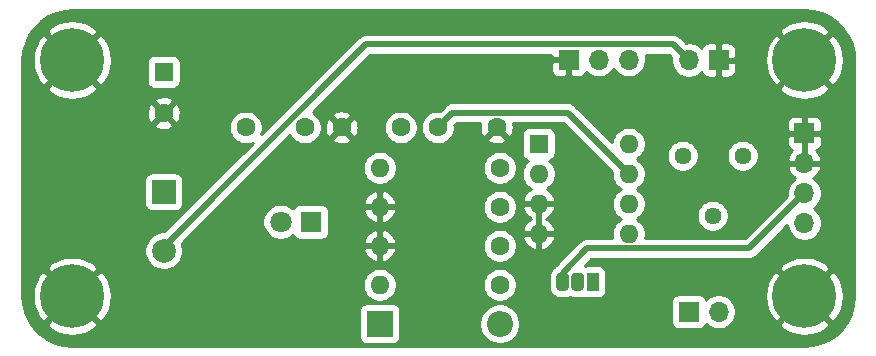
<source format=gbr>
G04 #@! TF.GenerationSoftware,KiCad,Pcbnew,(5.1.7)-1*
G04 #@! TF.CreationDate,2021-04-23T20:02:56-05:00*
G04 #@! TF.ProjectId,PortableAmpSlim,506f7274-6162-46c6-9541-6d70536c696d,rev?*
G04 #@! TF.SameCoordinates,Original*
G04 #@! TF.FileFunction,Copper,L2,Bot*
G04 #@! TF.FilePolarity,Positive*
%FSLAX46Y46*%
G04 Gerber Fmt 4.6, Leading zero omitted, Abs format (unit mm)*
G04 Created by KiCad (PCBNEW (5.1.7)-1) date 2021-04-23 20:02:56*
%MOMM*%
%LPD*%
G01*
G04 APERTURE LIST*
G04 #@! TA.AperFunction,ComponentPad*
%ADD10R,1.600000X1.600000*%
G04 #@! TD*
G04 #@! TA.AperFunction,ComponentPad*
%ADD11C,1.600000*%
G04 #@! TD*
G04 #@! TA.AperFunction,ComponentPad*
%ADD12R,2.200000X2.200000*%
G04 #@! TD*
G04 #@! TA.AperFunction,ComponentPad*
%ADD13O,2.200000X2.200000*%
G04 #@! TD*
G04 #@! TA.AperFunction,ComponentPad*
%ADD14C,5.400000*%
G04 #@! TD*
G04 #@! TA.AperFunction,ComponentPad*
%ADD15R,1.700000X1.700000*%
G04 #@! TD*
G04 #@! TA.AperFunction,ComponentPad*
%ADD16O,1.700000X1.700000*%
G04 #@! TD*
G04 #@! TA.AperFunction,ComponentPad*
%ADD17R,1.050000X1.500000*%
G04 #@! TD*
G04 #@! TA.AperFunction,ComponentPad*
%ADD18O,1.600000X1.600000*%
G04 #@! TD*
G04 #@! TA.AperFunction,ComponentPad*
%ADD19C,1.440000*%
G04 #@! TD*
G04 #@! TA.AperFunction,ComponentPad*
%ADD20R,2.000000X2.000000*%
G04 #@! TD*
G04 #@! TA.AperFunction,ComponentPad*
%ADD21C,2.000000*%
G04 #@! TD*
G04 #@! TA.AperFunction,ComponentPad*
%ADD22R,1.800000X1.800000*%
G04 #@! TD*
G04 #@! TA.AperFunction,ComponentPad*
%ADD23C,1.800000*%
G04 #@! TD*
G04 #@! TA.AperFunction,Conductor*
%ADD24C,0.500000*%
G04 #@! TD*
G04 #@! TA.AperFunction,Conductor*
%ADD25C,0.254000*%
G04 #@! TD*
G04 #@! TA.AperFunction,Conductor*
%ADD26C,0.100000*%
G04 #@! TD*
G04 APERTURE END LIST*
D10*
G04 #@! TO.P,C1,1*
G04 #@! TO.N,Net-(C1-Pad1)*
X110744000Y-62992000D03*
D11*
G04 #@! TO.P,C1,2*
G04 #@! TO.N,GND*
X110744000Y-66492000D03*
G04 #@! TD*
G04 #@! TO.P,C2,1*
G04 #@! TO.N,Net-(C2-Pad1)*
X122682000Y-67710000D03*
G04 #@! TO.P,C2,2*
G04 #@! TO.N,Net-(C2-Pad2)*
X117682000Y-67710000D03*
G04 #@! TD*
G04 #@! TO.P,C3,2*
G04 #@! TO.N,Net-(C3-Pad2)*
X133938000Y-67710000D03*
G04 #@! TO.P,C3,1*
G04 #@! TO.N,GND*
X138938000Y-67710000D03*
G04 #@! TD*
G04 #@! TO.P,C4,2*
G04 #@! TO.N,GND*
X125810000Y-67710000D03*
G04 #@! TO.P,C4,1*
G04 #@! TO.N,Net-(C4-Pad1)*
X130810000Y-67710000D03*
G04 #@! TD*
D12*
G04 #@! TO.P,D1,1*
G04 #@! TO.N,Net-(C1-Pad1)*
X129032000Y-84328000D03*
D13*
G04 #@! TO.P,D1,2*
G04 #@! TO.N,Net-(D1-Pad2)*
X139192000Y-84328000D03*
G04 #@! TD*
D14*
G04 #@! TO.P,H1,1*
G04 #@! TO.N,GND*
X103000000Y-62000000D03*
G04 #@! TD*
G04 #@! TO.P,H2,1*
G04 #@! TO.N,GND*
X103000000Y-82000000D03*
G04 #@! TD*
G04 #@! TO.P,H3,1*
G04 #@! TO.N,GND*
X165000000Y-62000000D03*
G04 #@! TD*
G04 #@! TO.P,H4,1*
G04 #@! TO.N,GND*
X165000000Y-82000000D03*
G04 #@! TD*
D15*
G04 #@! TO.P,J1,1*
G04 #@! TO.N,GND*
X165000000Y-68190000D03*
D16*
G04 #@! TO.P,J1,2*
X165000000Y-70730000D03*
G04 #@! TO.P,J1,3*
G04 #@! TO.N,Input*
X165000000Y-73270000D03*
G04 #@! TO.P,J1,4*
G04 #@! TO.N,9V*
X165000000Y-75810000D03*
G04 #@! TD*
D15*
G04 #@! TO.P,J2,1*
G04 #@! TO.N,GND*
X157734000Y-62000000D03*
D16*
G04 #@! TO.P,J2,2*
G04 #@! TO.N,Net-(C5-Pad2)*
X155194000Y-62000000D03*
G04 #@! TD*
G04 #@! TO.P,Q1,2*
G04 #@! TO.N,Net-(C2-Pad1)*
G04 #@! TA.AperFunction,ComponentPad*
G36*
G01*
X146321000Y-80284500D02*
X146321000Y-81259500D01*
G75*
G02*
X146058500Y-81522000I-262500J0D01*
G01*
X145533500Y-81522000D01*
G75*
G02*
X145271000Y-81259500I0J262500D01*
G01*
X145271000Y-80284500D01*
G75*
G02*
X145533500Y-80022000I262500J0D01*
G01*
X146058500Y-80022000D01*
G75*
G02*
X146321000Y-80284500I0J-262500D01*
G01*
G37*
G04 #@! TD.AperFunction*
G04 #@! TO.P,Q1,3*
G04 #@! TO.N,Input*
G04 #@! TA.AperFunction,ComponentPad*
G36*
G01*
X145051000Y-80284500D02*
X145051000Y-81259500D01*
G75*
G02*
X144788500Y-81522000I-262500J0D01*
G01*
X144263500Y-81522000D01*
G75*
G02*
X144001000Y-81259500I0J262500D01*
G01*
X144001000Y-80284500D01*
G75*
G02*
X144263500Y-80022000I262500J0D01*
G01*
X144788500Y-80022000D01*
G75*
G02*
X145051000Y-80284500I0J-262500D01*
G01*
G37*
G04 #@! TD.AperFunction*
D17*
G04 #@! TO.P,Q1,1*
G04 #@! TO.N,Net-(C1-Pad1)*
X147066000Y-80772000D03*
G04 #@! TD*
D18*
G04 #@! TO.P,R1,2*
G04 #@! TO.N,GND*
X129032000Y-77724000D03*
D11*
G04 #@! TO.P,R1,1*
G04 #@! TO.N,Input*
X139192000Y-77724000D03*
G04 #@! TD*
G04 #@! TO.P,R2,1*
G04 #@! TO.N,Net-(C2-Pad1)*
X139192000Y-74422000D03*
D18*
G04 #@! TO.P,R2,2*
G04 #@! TO.N,GND*
X129032000Y-74422000D03*
G04 #@! TD*
D11*
G04 #@! TO.P,R3,1*
G04 #@! TO.N,Net-(C5-Pad1)*
X139192000Y-71120000D03*
D18*
G04 #@! TO.P,R3,2*
G04 #@! TO.N,Net-(C4-Pad1)*
X129032000Y-71120000D03*
G04 #@! TD*
D16*
G04 #@! TO.P,RV1,3*
G04 #@! TO.N,Net-(C2-Pad2)*
X150114000Y-61976000D03*
G04 #@! TO.P,RV1,2*
G04 #@! TO.N,Net-(RV1-Pad2)*
X147574000Y-61976000D03*
D15*
G04 #@! TO.P,RV1,1*
G04 #@! TO.N,GND*
X145034000Y-61976000D03*
G04 #@! TD*
G04 #@! TO.P,SW1,1*
G04 #@! TO.N,9V*
X155194000Y-83312000D03*
D16*
G04 #@! TO.P,SW1,2*
G04 #@! TO.N,Net-(D1-Pad2)*
X157734000Y-83312000D03*
G04 #@! TD*
D10*
G04 #@! TO.P,U1,1*
G04 #@! TO.N,Net-(RV2-Pad2)*
X142494000Y-69088000D03*
D18*
G04 #@! TO.P,U1,5*
G04 #@! TO.N,Net-(C5-Pad1)*
X150114000Y-76708000D03*
G04 #@! TO.P,U1,2*
G04 #@! TO.N,Net-(RV1-Pad2)*
X142494000Y-71628000D03*
G04 #@! TO.P,U1,6*
G04 #@! TO.N,Net-(C1-Pad1)*
X150114000Y-74168000D03*
G04 #@! TO.P,U1,3*
G04 #@! TO.N,GND*
X142494000Y-74168000D03*
G04 #@! TO.P,U1,7*
G04 #@! TO.N,Net-(C3-Pad2)*
X150114000Y-71628000D03*
G04 #@! TO.P,U1,4*
G04 #@! TO.N,GND*
X142494000Y-76708000D03*
G04 #@! TO.P,U1,8*
G04 #@! TO.N,Net-(RV2-Pad1)*
X150114000Y-69088000D03*
G04 #@! TD*
D19*
G04 #@! TO.P,RV2,3*
G04 #@! TO.N,Net-(RV2-Pad2)*
X159766000Y-70104000D03*
G04 #@! TO.P,RV2,2*
X157226000Y-75184000D03*
G04 #@! TO.P,RV2,1*
G04 #@! TO.N,Net-(RV2-Pad1)*
X154686000Y-70104000D03*
G04 #@! TD*
D20*
G04 #@! TO.P,C5,1*
G04 #@! TO.N,Net-(C5-Pad1)*
X110744000Y-73152000D03*
D21*
G04 #@! TO.P,C5,2*
G04 #@! TO.N,Net-(C5-Pad2)*
X110744000Y-78152000D03*
G04 #@! TD*
D22*
G04 #@! TO.P,D2,1*
G04 #@! TO.N,Net-(D2-Pad1)*
X123190000Y-75692000D03*
D23*
G04 #@! TO.P,D2,2*
G04 #@! TO.N,Net-(C1-Pad1)*
X120650000Y-75692000D03*
G04 #@! TD*
D11*
G04 #@! TO.P,R4,1*
G04 #@! TO.N,N/C*
X139192000Y-81026000D03*
D18*
G04 #@! TO.P,R4,2*
G04 #@! TO.N,Net-(D2-Pad1)*
X129032000Y-81026000D03*
G04 #@! TD*
D24*
G04 #@! TO.N,Net-(C3-Pad2)*
X144945999Y-66459999D02*
X150114000Y-71628000D01*
X135188001Y-66459999D02*
X144945999Y-66459999D01*
X133938000Y-67710000D02*
X135188001Y-66459999D01*
G04 #@! TO.N,Net-(C5-Pad2)*
X110744000Y-77797998D02*
X110744000Y-78152000D01*
X127865999Y-60675999D02*
X110744000Y-77797998D01*
X153869999Y-60675999D02*
X127865999Y-60675999D01*
X155194000Y-62000000D02*
X153869999Y-60675999D01*
G04 #@! TO.N,Input*
X160311999Y-77958001D02*
X165000000Y-73270000D01*
X146589999Y-77958001D02*
X160311999Y-77958001D01*
X144526000Y-80022000D02*
X146589999Y-77958001D01*
X144526000Y-80772000D02*
X144526000Y-80022000D01*
G04 #@! TD*
D25*
G04 #@! TO.N,GND*
X165745857Y-57854686D02*
X166468144Y-58052281D01*
X167144017Y-58374656D01*
X167752127Y-58811626D01*
X168273247Y-59349380D01*
X168690897Y-59970909D01*
X168991887Y-60656583D01*
X169168146Y-61390752D01*
X169215000Y-62028786D01*
X169215001Y-81965031D01*
X169145314Y-82745857D01*
X168947718Y-83468148D01*
X168625345Y-84144017D01*
X168188371Y-84752130D01*
X167650620Y-85273247D01*
X167029091Y-85690897D01*
X166343414Y-85991888D01*
X165609248Y-86168146D01*
X164971214Y-86215000D01*
X103034958Y-86215000D01*
X102254143Y-86145314D01*
X101531852Y-85947718D01*
X100855983Y-85625345D01*
X100247870Y-85188371D01*
X99726753Y-84650620D01*
X99521637Y-84345374D01*
X100834231Y-84345374D01*
X101134411Y-84783828D01*
X101713356Y-85094296D01*
X102341746Y-85285852D01*
X102995431Y-85351134D01*
X103649293Y-85287634D01*
X104278203Y-85097792D01*
X104857992Y-84788904D01*
X104865589Y-84783828D01*
X105165769Y-84345374D01*
X103000000Y-82179605D01*
X100834231Y-84345374D01*
X99521637Y-84345374D01*
X99309103Y-84029091D01*
X99008112Y-83343414D01*
X98831854Y-82609248D01*
X98786779Y-81995431D01*
X99648866Y-81995431D01*
X99712366Y-82649293D01*
X99902208Y-83278203D01*
X100211096Y-83857992D01*
X100216172Y-83865589D01*
X100654626Y-84165769D01*
X102820395Y-82000000D01*
X103179605Y-82000000D01*
X105345374Y-84165769D01*
X105783828Y-83865589D01*
X106094296Y-83286644D01*
X106112172Y-83228000D01*
X127293928Y-83228000D01*
X127293928Y-85428000D01*
X127306188Y-85552482D01*
X127342498Y-85672180D01*
X127401463Y-85782494D01*
X127480815Y-85879185D01*
X127577506Y-85958537D01*
X127687820Y-86017502D01*
X127807518Y-86053812D01*
X127932000Y-86066072D01*
X130132000Y-86066072D01*
X130256482Y-86053812D01*
X130376180Y-86017502D01*
X130486494Y-85958537D01*
X130583185Y-85879185D01*
X130662537Y-85782494D01*
X130721502Y-85672180D01*
X130757812Y-85552482D01*
X130770072Y-85428000D01*
X130770072Y-84157117D01*
X137457000Y-84157117D01*
X137457000Y-84498883D01*
X137523675Y-84834081D01*
X137654463Y-85149831D01*
X137844337Y-85433998D01*
X138086002Y-85675663D01*
X138370169Y-85865537D01*
X138685919Y-85996325D01*
X139021117Y-86063000D01*
X139362883Y-86063000D01*
X139698081Y-85996325D01*
X140013831Y-85865537D01*
X140297998Y-85675663D01*
X140539663Y-85433998D01*
X140729537Y-85149831D01*
X140860325Y-84834081D01*
X140927000Y-84498883D01*
X140927000Y-84157117D01*
X140860325Y-83821919D01*
X140729537Y-83506169D01*
X140539663Y-83222002D01*
X140297998Y-82980337D01*
X140013831Y-82790463D01*
X139698081Y-82659675D01*
X139362883Y-82593000D01*
X139021117Y-82593000D01*
X138685919Y-82659675D01*
X138370169Y-82790463D01*
X138086002Y-82980337D01*
X137844337Y-83222002D01*
X137654463Y-83506169D01*
X137523675Y-83821919D01*
X137457000Y-84157117D01*
X130770072Y-84157117D01*
X130770072Y-83228000D01*
X130757812Y-83103518D01*
X130721502Y-82983820D01*
X130662537Y-82873506D01*
X130583185Y-82776815D01*
X130486494Y-82697463D01*
X130376180Y-82638498D01*
X130256482Y-82602188D01*
X130132000Y-82589928D01*
X127932000Y-82589928D01*
X127807518Y-82602188D01*
X127687820Y-82638498D01*
X127577506Y-82697463D01*
X127480815Y-82776815D01*
X127401463Y-82873506D01*
X127342498Y-82983820D01*
X127306188Y-83103518D01*
X127293928Y-83228000D01*
X106112172Y-83228000D01*
X106285852Y-82658254D01*
X106305451Y-82462000D01*
X153705928Y-82462000D01*
X153705928Y-84162000D01*
X153718188Y-84286482D01*
X153754498Y-84406180D01*
X153813463Y-84516494D01*
X153892815Y-84613185D01*
X153989506Y-84692537D01*
X154099820Y-84751502D01*
X154219518Y-84787812D01*
X154344000Y-84800072D01*
X156044000Y-84800072D01*
X156168482Y-84787812D01*
X156288180Y-84751502D01*
X156398494Y-84692537D01*
X156495185Y-84613185D01*
X156574537Y-84516494D01*
X156633502Y-84406180D01*
X156655513Y-84333620D01*
X156787368Y-84465475D01*
X157030589Y-84627990D01*
X157300842Y-84739932D01*
X157587740Y-84797000D01*
X157880260Y-84797000D01*
X158167158Y-84739932D01*
X158437411Y-84627990D01*
X158680632Y-84465475D01*
X158800733Y-84345374D01*
X162834231Y-84345374D01*
X163134411Y-84783828D01*
X163713356Y-85094296D01*
X164341746Y-85285852D01*
X164995431Y-85351134D01*
X165649293Y-85287634D01*
X166278203Y-85097792D01*
X166857992Y-84788904D01*
X166865589Y-84783828D01*
X167165769Y-84345374D01*
X165000000Y-82179605D01*
X162834231Y-84345374D01*
X158800733Y-84345374D01*
X158887475Y-84258632D01*
X159049990Y-84015411D01*
X159161932Y-83745158D01*
X159219000Y-83458260D01*
X159219000Y-83165740D01*
X159161932Y-82878842D01*
X159049990Y-82608589D01*
X158887475Y-82365368D01*
X158680632Y-82158525D01*
X158437411Y-81996010D01*
X158436014Y-81995431D01*
X161648866Y-81995431D01*
X161712366Y-82649293D01*
X161902208Y-83278203D01*
X162211096Y-83857992D01*
X162216172Y-83865589D01*
X162654626Y-84165769D01*
X164820395Y-82000000D01*
X165179605Y-82000000D01*
X167345374Y-84165769D01*
X167783828Y-83865589D01*
X168094296Y-83286644D01*
X168285852Y-82658254D01*
X168351134Y-82004569D01*
X168287634Y-81350707D01*
X168097792Y-80721797D01*
X167788904Y-80142008D01*
X167783828Y-80134411D01*
X167345374Y-79834231D01*
X165179605Y-82000000D01*
X164820395Y-82000000D01*
X162654626Y-79834231D01*
X162216172Y-80134411D01*
X161905704Y-80713356D01*
X161714148Y-81341746D01*
X161648866Y-81995431D01*
X158436014Y-81995431D01*
X158167158Y-81884068D01*
X157880260Y-81827000D01*
X157587740Y-81827000D01*
X157300842Y-81884068D01*
X157030589Y-81996010D01*
X156787368Y-82158525D01*
X156655513Y-82290380D01*
X156633502Y-82217820D01*
X156574537Y-82107506D01*
X156495185Y-82010815D01*
X156398494Y-81931463D01*
X156288180Y-81872498D01*
X156168482Y-81836188D01*
X156044000Y-81823928D01*
X154344000Y-81823928D01*
X154219518Y-81836188D01*
X154099820Y-81872498D01*
X153989506Y-81931463D01*
X153892815Y-82010815D01*
X153813463Y-82107506D01*
X153754498Y-82217820D01*
X153718188Y-82337518D01*
X153705928Y-82462000D01*
X106305451Y-82462000D01*
X106351134Y-82004569D01*
X106287634Y-81350707D01*
X106146956Y-80884665D01*
X127597000Y-80884665D01*
X127597000Y-81167335D01*
X127652147Y-81444574D01*
X127760320Y-81705727D01*
X127917363Y-81940759D01*
X128117241Y-82140637D01*
X128352273Y-82297680D01*
X128613426Y-82405853D01*
X128890665Y-82461000D01*
X129173335Y-82461000D01*
X129450574Y-82405853D01*
X129711727Y-82297680D01*
X129946759Y-82140637D01*
X130146637Y-81940759D01*
X130303680Y-81705727D01*
X130411853Y-81444574D01*
X130467000Y-81167335D01*
X130467000Y-80884665D01*
X137757000Y-80884665D01*
X137757000Y-81167335D01*
X137812147Y-81444574D01*
X137920320Y-81705727D01*
X138077363Y-81940759D01*
X138277241Y-82140637D01*
X138512273Y-82297680D01*
X138773426Y-82405853D01*
X139050665Y-82461000D01*
X139333335Y-82461000D01*
X139610574Y-82405853D01*
X139871727Y-82297680D01*
X140106759Y-82140637D01*
X140306637Y-81940759D01*
X140463680Y-81705727D01*
X140571853Y-81444574D01*
X140627000Y-81167335D01*
X140627000Y-80884665D01*
X140571853Y-80607426D01*
X140463680Y-80346273D01*
X140306637Y-80111241D01*
X140106759Y-79911363D01*
X139871727Y-79754320D01*
X139610574Y-79646147D01*
X139333335Y-79591000D01*
X139050665Y-79591000D01*
X138773426Y-79646147D01*
X138512273Y-79754320D01*
X138277241Y-79911363D01*
X138077363Y-80111241D01*
X137920320Y-80346273D01*
X137812147Y-80607426D01*
X137757000Y-80884665D01*
X130467000Y-80884665D01*
X130411853Y-80607426D01*
X130303680Y-80346273D01*
X130146637Y-80111241D01*
X129946759Y-79911363D01*
X129711727Y-79754320D01*
X129450574Y-79646147D01*
X129173335Y-79591000D01*
X128890665Y-79591000D01*
X128613426Y-79646147D01*
X128352273Y-79754320D01*
X128117241Y-79911363D01*
X127917363Y-80111241D01*
X127760320Y-80346273D01*
X127652147Y-80607426D01*
X127597000Y-80884665D01*
X106146956Y-80884665D01*
X106097792Y-80721797D01*
X105788904Y-80142008D01*
X105783828Y-80134411D01*
X105345374Y-79834231D01*
X103179605Y-82000000D01*
X102820395Y-82000000D01*
X100654626Y-79834231D01*
X100216172Y-80134411D01*
X99905704Y-80713356D01*
X99714148Y-81341746D01*
X99648866Y-81995431D01*
X98786779Y-81995431D01*
X98785000Y-81971214D01*
X98785000Y-79654626D01*
X100834231Y-79654626D01*
X103000000Y-81820395D01*
X105165769Y-79654626D01*
X104865589Y-79216172D01*
X104286644Y-78905704D01*
X103658254Y-78714148D01*
X103004569Y-78648866D01*
X102350707Y-78712366D01*
X101721797Y-78902208D01*
X101142008Y-79211096D01*
X101134411Y-79216172D01*
X100834231Y-79654626D01*
X98785000Y-79654626D01*
X98785000Y-77990967D01*
X109109000Y-77990967D01*
X109109000Y-78313033D01*
X109171832Y-78628912D01*
X109295082Y-78926463D01*
X109474013Y-79194252D01*
X109701748Y-79421987D01*
X109969537Y-79600918D01*
X110267088Y-79724168D01*
X110582967Y-79787000D01*
X110905033Y-79787000D01*
X111220912Y-79724168D01*
X111518463Y-79600918D01*
X111786252Y-79421987D01*
X112013987Y-79194252D01*
X112192918Y-78926463D01*
X112316168Y-78628912D01*
X112379000Y-78313033D01*
X112379000Y-78073039D01*
X127640096Y-78073039D01*
X127680754Y-78207087D01*
X127800963Y-78461420D01*
X127968481Y-78687414D01*
X128176869Y-78876385D01*
X128418119Y-79021070D01*
X128682960Y-79115909D01*
X128905000Y-78994624D01*
X128905000Y-77851000D01*
X129159000Y-77851000D01*
X129159000Y-78994624D01*
X129381040Y-79115909D01*
X129645881Y-79021070D01*
X129887131Y-78876385D01*
X130095519Y-78687414D01*
X130263037Y-78461420D01*
X130383246Y-78207087D01*
X130423904Y-78073039D01*
X130301915Y-77851000D01*
X129159000Y-77851000D01*
X128905000Y-77851000D01*
X127762085Y-77851000D01*
X127640096Y-78073039D01*
X112379000Y-78073039D01*
X112379000Y-77990967D01*
X112316168Y-77675088D01*
X112258269Y-77535307D01*
X112418615Y-77374961D01*
X127640096Y-77374961D01*
X127762085Y-77597000D01*
X128905000Y-77597000D01*
X128905000Y-76453376D01*
X129159000Y-76453376D01*
X129159000Y-77597000D01*
X130301915Y-77597000D01*
X130309790Y-77582665D01*
X137757000Y-77582665D01*
X137757000Y-77865335D01*
X137812147Y-78142574D01*
X137920320Y-78403727D01*
X138077363Y-78638759D01*
X138277241Y-78838637D01*
X138512273Y-78995680D01*
X138773426Y-79103853D01*
X139050665Y-79159000D01*
X139333335Y-79159000D01*
X139610574Y-79103853D01*
X139871727Y-78995680D01*
X140106759Y-78838637D01*
X140306637Y-78638759D01*
X140463680Y-78403727D01*
X140571853Y-78142574D01*
X140627000Y-77865335D01*
X140627000Y-77582665D01*
X140571853Y-77305426D01*
X140468968Y-77057039D01*
X141102096Y-77057039D01*
X141142754Y-77191087D01*
X141262963Y-77445420D01*
X141430481Y-77671414D01*
X141638869Y-77860385D01*
X141880119Y-78005070D01*
X142144960Y-78099909D01*
X142367000Y-77978624D01*
X142367000Y-76835000D01*
X142621000Y-76835000D01*
X142621000Y-77978624D01*
X142843040Y-78099909D01*
X143107881Y-78005070D01*
X143349131Y-77860385D01*
X143557519Y-77671414D01*
X143725037Y-77445420D01*
X143845246Y-77191087D01*
X143885904Y-77057039D01*
X143763915Y-76835000D01*
X142621000Y-76835000D01*
X142367000Y-76835000D01*
X141224085Y-76835000D01*
X141102096Y-77057039D01*
X140468968Y-77057039D01*
X140463680Y-77044273D01*
X140306637Y-76809241D01*
X140106759Y-76609363D01*
X139871727Y-76452320D01*
X139610574Y-76344147D01*
X139333335Y-76289000D01*
X139050665Y-76289000D01*
X138773426Y-76344147D01*
X138512273Y-76452320D01*
X138277241Y-76609363D01*
X138077363Y-76809241D01*
X137920320Y-77044273D01*
X137812147Y-77305426D01*
X137757000Y-77582665D01*
X130309790Y-77582665D01*
X130423904Y-77374961D01*
X130383246Y-77240913D01*
X130263037Y-76986580D01*
X130095519Y-76760586D01*
X129887131Y-76571615D01*
X129645881Y-76426930D01*
X129381040Y-76332091D01*
X129159000Y-76453376D01*
X128905000Y-76453376D01*
X128682960Y-76332091D01*
X128418119Y-76426930D01*
X128176869Y-76571615D01*
X127968481Y-76760586D01*
X127800963Y-76986580D01*
X127680754Y-77240913D01*
X127640096Y-77374961D01*
X112418615Y-77374961D01*
X114252760Y-75540816D01*
X119115000Y-75540816D01*
X119115000Y-75843184D01*
X119173989Y-76139743D01*
X119289701Y-76419095D01*
X119457688Y-76670505D01*
X119671495Y-76884312D01*
X119922905Y-77052299D01*
X120202257Y-77168011D01*
X120498816Y-77227000D01*
X120801184Y-77227000D01*
X121097743Y-77168011D01*
X121377095Y-77052299D01*
X121628505Y-76884312D01*
X121694944Y-76817873D01*
X121700498Y-76836180D01*
X121759463Y-76946494D01*
X121838815Y-77043185D01*
X121935506Y-77122537D01*
X122045820Y-77181502D01*
X122165518Y-77217812D01*
X122290000Y-77230072D01*
X124090000Y-77230072D01*
X124214482Y-77217812D01*
X124334180Y-77181502D01*
X124444494Y-77122537D01*
X124541185Y-77043185D01*
X124620537Y-76946494D01*
X124679502Y-76836180D01*
X124715812Y-76716482D01*
X124728072Y-76592000D01*
X124728072Y-74792000D01*
X124726008Y-74771039D01*
X127640096Y-74771039D01*
X127680754Y-74905087D01*
X127800963Y-75159420D01*
X127968481Y-75385414D01*
X128176869Y-75574385D01*
X128418119Y-75719070D01*
X128682960Y-75813909D01*
X128905000Y-75692624D01*
X128905000Y-74549000D01*
X129159000Y-74549000D01*
X129159000Y-75692624D01*
X129381040Y-75813909D01*
X129645881Y-75719070D01*
X129887131Y-75574385D01*
X130095519Y-75385414D01*
X130263037Y-75159420D01*
X130383246Y-74905087D01*
X130423904Y-74771039D01*
X130301915Y-74549000D01*
X129159000Y-74549000D01*
X128905000Y-74549000D01*
X127762085Y-74549000D01*
X127640096Y-74771039D01*
X124726008Y-74771039D01*
X124715812Y-74667518D01*
X124679502Y-74547820D01*
X124620537Y-74437506D01*
X124541185Y-74340815D01*
X124444494Y-74261463D01*
X124334180Y-74202498D01*
X124214482Y-74166188D01*
X124090000Y-74153928D01*
X122290000Y-74153928D01*
X122165518Y-74166188D01*
X122045820Y-74202498D01*
X121935506Y-74261463D01*
X121838815Y-74340815D01*
X121759463Y-74437506D01*
X121700498Y-74547820D01*
X121694944Y-74566127D01*
X121628505Y-74499688D01*
X121377095Y-74331701D01*
X121097743Y-74215989D01*
X120801184Y-74157000D01*
X120498816Y-74157000D01*
X120202257Y-74215989D01*
X119922905Y-74331701D01*
X119671495Y-74499688D01*
X119457688Y-74713495D01*
X119289701Y-74964905D01*
X119173989Y-75244257D01*
X119115000Y-75540816D01*
X114252760Y-75540816D01*
X115720615Y-74072961D01*
X127640096Y-74072961D01*
X127762085Y-74295000D01*
X128905000Y-74295000D01*
X128905000Y-73151376D01*
X129159000Y-73151376D01*
X129159000Y-74295000D01*
X130301915Y-74295000D01*
X130309790Y-74280665D01*
X137757000Y-74280665D01*
X137757000Y-74563335D01*
X137812147Y-74840574D01*
X137920320Y-75101727D01*
X138077363Y-75336759D01*
X138277241Y-75536637D01*
X138512273Y-75693680D01*
X138773426Y-75801853D01*
X139050665Y-75857000D01*
X139333335Y-75857000D01*
X139610574Y-75801853D01*
X139871727Y-75693680D01*
X140106759Y-75536637D01*
X140306637Y-75336759D01*
X140463680Y-75101727D01*
X140571853Y-74840574D01*
X140627000Y-74563335D01*
X140627000Y-74517039D01*
X141102096Y-74517039D01*
X141142754Y-74651087D01*
X141262963Y-74905420D01*
X141430481Y-75131414D01*
X141638869Y-75320385D01*
X141834982Y-75438000D01*
X141638869Y-75555615D01*
X141430481Y-75744586D01*
X141262963Y-75970580D01*
X141142754Y-76224913D01*
X141102096Y-76358961D01*
X141224085Y-76581000D01*
X142367000Y-76581000D01*
X142367000Y-74295000D01*
X142621000Y-74295000D01*
X142621000Y-76581000D01*
X143763915Y-76581000D01*
X143885904Y-76358961D01*
X143845246Y-76224913D01*
X143725037Y-75970580D01*
X143557519Y-75744586D01*
X143349131Y-75555615D01*
X143153018Y-75438000D01*
X143349131Y-75320385D01*
X143557519Y-75131414D01*
X143725037Y-74905420D01*
X143845246Y-74651087D01*
X143885904Y-74517039D01*
X143763915Y-74295000D01*
X142621000Y-74295000D01*
X142367000Y-74295000D01*
X141224085Y-74295000D01*
X141102096Y-74517039D01*
X140627000Y-74517039D01*
X140627000Y-74280665D01*
X140571853Y-74003426D01*
X140463680Y-73742273D01*
X140306637Y-73507241D01*
X140106759Y-73307363D01*
X139871727Y-73150320D01*
X139610574Y-73042147D01*
X139333335Y-72987000D01*
X139050665Y-72987000D01*
X138773426Y-73042147D01*
X138512273Y-73150320D01*
X138277241Y-73307363D01*
X138077363Y-73507241D01*
X137920320Y-73742273D01*
X137812147Y-74003426D01*
X137757000Y-74280665D01*
X130309790Y-74280665D01*
X130423904Y-74072961D01*
X130383246Y-73938913D01*
X130263037Y-73684580D01*
X130095519Y-73458586D01*
X129887131Y-73269615D01*
X129645881Y-73124930D01*
X129381040Y-73030091D01*
X129159000Y-73151376D01*
X128905000Y-73151376D01*
X128682960Y-73030091D01*
X128418119Y-73124930D01*
X128176869Y-73269615D01*
X127968481Y-73458586D01*
X127800963Y-73684580D01*
X127680754Y-73938913D01*
X127640096Y-74072961D01*
X115720615Y-74072961D01*
X118814911Y-70978665D01*
X127597000Y-70978665D01*
X127597000Y-71261335D01*
X127652147Y-71538574D01*
X127760320Y-71799727D01*
X127917363Y-72034759D01*
X128117241Y-72234637D01*
X128352273Y-72391680D01*
X128613426Y-72499853D01*
X128890665Y-72555000D01*
X129173335Y-72555000D01*
X129450574Y-72499853D01*
X129711727Y-72391680D01*
X129946759Y-72234637D01*
X130146637Y-72034759D01*
X130303680Y-71799727D01*
X130411853Y-71538574D01*
X130467000Y-71261335D01*
X130467000Y-70978665D01*
X137757000Y-70978665D01*
X137757000Y-71261335D01*
X137812147Y-71538574D01*
X137920320Y-71799727D01*
X138077363Y-72034759D01*
X138277241Y-72234637D01*
X138512273Y-72391680D01*
X138773426Y-72499853D01*
X139050665Y-72555000D01*
X139333335Y-72555000D01*
X139610574Y-72499853D01*
X139871727Y-72391680D01*
X140106759Y-72234637D01*
X140306637Y-72034759D01*
X140463680Y-71799727D01*
X140571853Y-71538574D01*
X140627000Y-71261335D01*
X140627000Y-70978665D01*
X140571853Y-70701426D01*
X140463680Y-70440273D01*
X140306637Y-70205241D01*
X140106759Y-70005363D01*
X139871727Y-69848320D01*
X139610574Y-69740147D01*
X139333335Y-69685000D01*
X139050665Y-69685000D01*
X138773426Y-69740147D01*
X138512273Y-69848320D01*
X138277241Y-70005363D01*
X138077363Y-70205241D01*
X137920320Y-70440273D01*
X137812147Y-70701426D01*
X137757000Y-70978665D01*
X130467000Y-70978665D01*
X130411853Y-70701426D01*
X130303680Y-70440273D01*
X130146637Y-70205241D01*
X129946759Y-70005363D01*
X129711727Y-69848320D01*
X129450574Y-69740147D01*
X129173335Y-69685000D01*
X128890665Y-69685000D01*
X128613426Y-69740147D01*
X128352273Y-69848320D01*
X128117241Y-70005363D01*
X127917363Y-70205241D01*
X127760320Y-70440273D01*
X127652147Y-70701426D01*
X127597000Y-70978665D01*
X118814911Y-70978665D01*
X121408425Y-68385152D01*
X121410320Y-68389727D01*
X121567363Y-68624759D01*
X121767241Y-68824637D01*
X122002273Y-68981680D01*
X122263426Y-69089853D01*
X122540665Y-69145000D01*
X122823335Y-69145000D01*
X123100574Y-69089853D01*
X123361727Y-68981680D01*
X123596759Y-68824637D01*
X123718694Y-68702702D01*
X124996903Y-68702702D01*
X125068486Y-68946671D01*
X125323996Y-69067571D01*
X125598184Y-69136300D01*
X125880512Y-69150217D01*
X126160130Y-69108787D01*
X126426292Y-69013603D01*
X126551514Y-68946671D01*
X126623097Y-68702702D01*
X125810000Y-67889605D01*
X124996903Y-68702702D01*
X123718694Y-68702702D01*
X123796637Y-68624759D01*
X123953680Y-68389727D01*
X124061853Y-68128574D01*
X124117000Y-67851335D01*
X124117000Y-67780512D01*
X124369783Y-67780512D01*
X124411213Y-68060130D01*
X124506397Y-68326292D01*
X124573329Y-68451514D01*
X124817298Y-68523097D01*
X125630395Y-67710000D01*
X125989605Y-67710000D01*
X126802702Y-68523097D01*
X127046671Y-68451514D01*
X127167571Y-68196004D01*
X127236300Y-67921816D01*
X127250217Y-67639488D01*
X127239724Y-67568665D01*
X129375000Y-67568665D01*
X129375000Y-67851335D01*
X129430147Y-68128574D01*
X129538320Y-68389727D01*
X129695363Y-68624759D01*
X129895241Y-68824637D01*
X130130273Y-68981680D01*
X130391426Y-69089853D01*
X130668665Y-69145000D01*
X130951335Y-69145000D01*
X131228574Y-69089853D01*
X131489727Y-68981680D01*
X131724759Y-68824637D01*
X131924637Y-68624759D01*
X132081680Y-68389727D01*
X132189853Y-68128574D01*
X132245000Y-67851335D01*
X132245000Y-67568665D01*
X132503000Y-67568665D01*
X132503000Y-67851335D01*
X132558147Y-68128574D01*
X132666320Y-68389727D01*
X132823363Y-68624759D01*
X133023241Y-68824637D01*
X133258273Y-68981680D01*
X133519426Y-69089853D01*
X133796665Y-69145000D01*
X134079335Y-69145000D01*
X134356574Y-69089853D01*
X134617727Y-68981680D01*
X134852759Y-68824637D01*
X134974694Y-68702702D01*
X138124903Y-68702702D01*
X138196486Y-68946671D01*
X138451996Y-69067571D01*
X138726184Y-69136300D01*
X139008512Y-69150217D01*
X139288130Y-69108787D01*
X139554292Y-69013603D01*
X139679514Y-68946671D01*
X139751097Y-68702702D01*
X138938000Y-67889605D01*
X138124903Y-68702702D01*
X134974694Y-68702702D01*
X135052637Y-68624759D01*
X135209680Y-68389727D01*
X135317853Y-68128574D01*
X135373000Y-67851335D01*
X135373000Y-67568665D01*
X135366017Y-67533561D01*
X135554580Y-67344999D01*
X137550098Y-67344999D01*
X137511700Y-67498184D01*
X137497783Y-67780512D01*
X137539213Y-68060130D01*
X137634397Y-68326292D01*
X137701329Y-68451514D01*
X137945298Y-68523097D01*
X138758395Y-67710000D01*
X138744253Y-67695858D01*
X138923858Y-67516253D01*
X138938000Y-67530395D01*
X138952143Y-67516253D01*
X139131748Y-67695858D01*
X139117605Y-67710000D01*
X139930702Y-68523097D01*
X140174671Y-68451514D01*
X140252041Y-68288000D01*
X141055928Y-68288000D01*
X141055928Y-69888000D01*
X141068188Y-70012482D01*
X141104498Y-70132180D01*
X141163463Y-70242494D01*
X141242815Y-70339185D01*
X141339506Y-70418537D01*
X141449820Y-70477502D01*
X141569518Y-70513812D01*
X141577961Y-70514643D01*
X141379363Y-70713241D01*
X141222320Y-70948273D01*
X141114147Y-71209426D01*
X141059000Y-71486665D01*
X141059000Y-71769335D01*
X141114147Y-72046574D01*
X141222320Y-72307727D01*
X141379363Y-72542759D01*
X141579241Y-72742637D01*
X141814273Y-72899680D01*
X141824865Y-72904067D01*
X141638869Y-73015615D01*
X141430481Y-73204586D01*
X141262963Y-73430580D01*
X141142754Y-73684913D01*
X141102096Y-73818961D01*
X141224085Y-74041000D01*
X142367000Y-74041000D01*
X142367000Y-74021000D01*
X142621000Y-74021000D01*
X142621000Y-74041000D01*
X143763915Y-74041000D01*
X143885904Y-73818961D01*
X143845246Y-73684913D01*
X143725037Y-73430580D01*
X143557519Y-73204586D01*
X143349131Y-73015615D01*
X143163135Y-72904067D01*
X143173727Y-72899680D01*
X143408759Y-72742637D01*
X143608637Y-72542759D01*
X143765680Y-72307727D01*
X143873853Y-72046574D01*
X143929000Y-71769335D01*
X143929000Y-71486665D01*
X143873853Y-71209426D01*
X143765680Y-70948273D01*
X143608637Y-70713241D01*
X143410039Y-70514643D01*
X143418482Y-70513812D01*
X143538180Y-70477502D01*
X143648494Y-70418537D01*
X143745185Y-70339185D01*
X143824537Y-70242494D01*
X143883502Y-70132180D01*
X143919812Y-70012482D01*
X143932072Y-69888000D01*
X143932072Y-68288000D01*
X143919812Y-68163518D01*
X143883502Y-68043820D01*
X143824537Y-67933506D01*
X143745185Y-67836815D01*
X143648494Y-67757463D01*
X143538180Y-67698498D01*
X143418482Y-67662188D01*
X143294000Y-67649928D01*
X141694000Y-67649928D01*
X141569518Y-67662188D01*
X141449820Y-67698498D01*
X141339506Y-67757463D01*
X141242815Y-67836815D01*
X141163463Y-67933506D01*
X141104498Y-68043820D01*
X141068188Y-68163518D01*
X141055928Y-68288000D01*
X140252041Y-68288000D01*
X140295571Y-68196004D01*
X140364300Y-67921816D01*
X140378217Y-67639488D01*
X140336787Y-67359870D01*
X140331469Y-67344999D01*
X144579421Y-67344999D01*
X148685983Y-71451561D01*
X148679000Y-71486665D01*
X148679000Y-71769335D01*
X148734147Y-72046574D01*
X148842320Y-72307727D01*
X148999363Y-72542759D01*
X149199241Y-72742637D01*
X149431759Y-72898000D01*
X149199241Y-73053363D01*
X148999363Y-73253241D01*
X148842320Y-73488273D01*
X148734147Y-73749426D01*
X148679000Y-74026665D01*
X148679000Y-74309335D01*
X148734147Y-74586574D01*
X148842320Y-74847727D01*
X148999363Y-75082759D01*
X149199241Y-75282637D01*
X149431759Y-75438000D01*
X149199241Y-75593363D01*
X148999363Y-75793241D01*
X148842320Y-76028273D01*
X148734147Y-76289426D01*
X148679000Y-76566665D01*
X148679000Y-76849335D01*
X148723491Y-77073001D01*
X146633464Y-77073001D01*
X146589998Y-77068720D01*
X146546532Y-77073001D01*
X146546522Y-77073001D01*
X146416509Y-77085806D01*
X146249686Y-77136412D01*
X146095940Y-77218590D01*
X146081949Y-77230072D01*
X145994952Y-77301469D01*
X145994950Y-77301471D01*
X145961182Y-77329184D01*
X145933469Y-77362952D01*
X143930951Y-79365471D01*
X143897184Y-79393183D01*
X143869471Y-79426951D01*
X143869468Y-79426954D01*
X143816527Y-79491463D01*
X143793546Y-79519465D01*
X143763169Y-79535702D01*
X143626699Y-79647699D01*
X143514702Y-79784169D01*
X143431480Y-79939866D01*
X143380232Y-80108807D01*
X143362928Y-80284500D01*
X143362928Y-81259500D01*
X143380232Y-81435193D01*
X143431480Y-81604134D01*
X143514702Y-81759831D01*
X143626699Y-81896301D01*
X143763169Y-82008298D01*
X143918866Y-82091520D01*
X144087807Y-82142768D01*
X144263500Y-82160072D01*
X144788500Y-82160072D01*
X144964193Y-82142768D01*
X145133134Y-82091520D01*
X145161000Y-82076625D01*
X145188866Y-82091520D01*
X145357807Y-82142768D01*
X145533500Y-82160072D01*
X146058500Y-82160072D01*
X146234193Y-82142768D01*
X146317041Y-82117636D01*
X146416518Y-82147812D01*
X146541000Y-82160072D01*
X147591000Y-82160072D01*
X147715482Y-82147812D01*
X147835180Y-82111502D01*
X147945494Y-82052537D01*
X148042185Y-81973185D01*
X148121537Y-81876494D01*
X148180502Y-81766180D01*
X148216812Y-81646482D01*
X148229072Y-81522000D01*
X148229072Y-80022000D01*
X148216812Y-79897518D01*
X148180502Y-79777820D01*
X148121537Y-79667506D01*
X148110967Y-79654626D01*
X162834231Y-79654626D01*
X165000000Y-81820395D01*
X167165769Y-79654626D01*
X166865589Y-79216172D01*
X166286644Y-78905704D01*
X165658254Y-78714148D01*
X165004569Y-78648866D01*
X164350707Y-78712366D01*
X163721797Y-78902208D01*
X163142008Y-79211096D01*
X163134411Y-79216172D01*
X162834231Y-79654626D01*
X148110967Y-79654626D01*
X148042185Y-79570815D01*
X147945494Y-79491463D01*
X147835180Y-79432498D01*
X147715482Y-79396188D01*
X147591000Y-79383928D01*
X146541000Y-79383928D01*
X146416518Y-79396188D01*
X146397674Y-79401904D01*
X146956578Y-78843001D01*
X160268530Y-78843001D01*
X160311999Y-78847282D01*
X160355468Y-78843001D01*
X160355476Y-78843001D01*
X160485489Y-78830196D01*
X160652312Y-78779590D01*
X160806058Y-78697412D01*
X160940816Y-78586818D01*
X160968533Y-78553045D01*
X163523348Y-75998230D01*
X163572068Y-76243158D01*
X163684010Y-76513411D01*
X163846525Y-76756632D01*
X164053368Y-76963475D01*
X164296589Y-77125990D01*
X164566842Y-77237932D01*
X164853740Y-77295000D01*
X165146260Y-77295000D01*
X165433158Y-77237932D01*
X165703411Y-77125990D01*
X165946632Y-76963475D01*
X166153475Y-76756632D01*
X166315990Y-76513411D01*
X166427932Y-76243158D01*
X166485000Y-75956260D01*
X166485000Y-75663740D01*
X166427932Y-75376842D01*
X166315990Y-75106589D01*
X166153475Y-74863368D01*
X165946632Y-74656525D01*
X165772240Y-74540000D01*
X165946632Y-74423475D01*
X166153475Y-74216632D01*
X166315990Y-73973411D01*
X166427932Y-73703158D01*
X166485000Y-73416260D01*
X166485000Y-73123740D01*
X166427932Y-72836842D01*
X166315990Y-72566589D01*
X166153475Y-72323368D01*
X165946632Y-72116525D01*
X165764466Y-71994805D01*
X165881355Y-71925178D01*
X166097588Y-71730269D01*
X166271641Y-71496920D01*
X166396825Y-71234099D01*
X166441476Y-71086890D01*
X166320155Y-70857000D01*
X165127000Y-70857000D01*
X165127000Y-70877000D01*
X164873000Y-70877000D01*
X164873000Y-70857000D01*
X163679845Y-70857000D01*
X163558524Y-71086890D01*
X163603175Y-71234099D01*
X163728359Y-71496920D01*
X163902412Y-71730269D01*
X164118645Y-71925178D01*
X164235534Y-71994805D01*
X164053368Y-72116525D01*
X163846525Y-72323368D01*
X163684010Y-72566589D01*
X163572068Y-72836842D01*
X163515000Y-73123740D01*
X163515000Y-73416260D01*
X163529461Y-73488960D01*
X159945421Y-77073001D01*
X151504509Y-77073001D01*
X151549000Y-76849335D01*
X151549000Y-76566665D01*
X151493853Y-76289426D01*
X151385680Y-76028273D01*
X151228637Y-75793241D01*
X151028759Y-75593363D01*
X150796241Y-75438000D01*
X151028759Y-75282637D01*
X151228637Y-75082759D01*
X151250162Y-75050544D01*
X155871000Y-75050544D01*
X155871000Y-75317456D01*
X155923072Y-75579239D01*
X156025215Y-75825833D01*
X156173503Y-76047762D01*
X156362238Y-76236497D01*
X156584167Y-76384785D01*
X156830761Y-76486928D01*
X157092544Y-76539000D01*
X157359456Y-76539000D01*
X157621239Y-76486928D01*
X157867833Y-76384785D01*
X158089762Y-76236497D01*
X158278497Y-76047762D01*
X158426785Y-75825833D01*
X158528928Y-75579239D01*
X158581000Y-75317456D01*
X158581000Y-75050544D01*
X158528928Y-74788761D01*
X158426785Y-74542167D01*
X158278497Y-74320238D01*
X158089762Y-74131503D01*
X157867833Y-73983215D01*
X157621239Y-73881072D01*
X157359456Y-73829000D01*
X157092544Y-73829000D01*
X156830761Y-73881072D01*
X156584167Y-73983215D01*
X156362238Y-74131503D01*
X156173503Y-74320238D01*
X156025215Y-74542167D01*
X155923072Y-74788761D01*
X155871000Y-75050544D01*
X151250162Y-75050544D01*
X151385680Y-74847727D01*
X151493853Y-74586574D01*
X151549000Y-74309335D01*
X151549000Y-74026665D01*
X151493853Y-73749426D01*
X151385680Y-73488273D01*
X151228637Y-73253241D01*
X151028759Y-73053363D01*
X150796241Y-72898000D01*
X151028759Y-72742637D01*
X151228637Y-72542759D01*
X151385680Y-72307727D01*
X151493853Y-72046574D01*
X151549000Y-71769335D01*
X151549000Y-71486665D01*
X151493853Y-71209426D01*
X151385680Y-70948273D01*
X151228637Y-70713241D01*
X151028759Y-70513363D01*
X150796241Y-70358000D01*
X151028759Y-70202637D01*
X151228637Y-70002759D01*
X151250162Y-69970544D01*
X153331000Y-69970544D01*
X153331000Y-70237456D01*
X153383072Y-70499239D01*
X153485215Y-70745833D01*
X153633503Y-70967762D01*
X153822238Y-71156497D01*
X154044167Y-71304785D01*
X154290761Y-71406928D01*
X154552544Y-71459000D01*
X154819456Y-71459000D01*
X155081239Y-71406928D01*
X155327833Y-71304785D01*
X155549762Y-71156497D01*
X155738497Y-70967762D01*
X155886785Y-70745833D01*
X155988928Y-70499239D01*
X156041000Y-70237456D01*
X156041000Y-69970544D01*
X158411000Y-69970544D01*
X158411000Y-70237456D01*
X158463072Y-70499239D01*
X158565215Y-70745833D01*
X158713503Y-70967762D01*
X158902238Y-71156497D01*
X159124167Y-71304785D01*
X159370761Y-71406928D01*
X159632544Y-71459000D01*
X159899456Y-71459000D01*
X160161239Y-71406928D01*
X160407833Y-71304785D01*
X160629762Y-71156497D01*
X160818497Y-70967762D01*
X160966785Y-70745833D01*
X161068928Y-70499239D01*
X161121000Y-70237456D01*
X161121000Y-69970544D01*
X161068928Y-69708761D01*
X160966785Y-69462167D01*
X160818497Y-69240238D01*
X160629762Y-69051503D01*
X160612547Y-69040000D01*
X163511928Y-69040000D01*
X163524188Y-69164482D01*
X163560498Y-69284180D01*
X163619463Y-69394494D01*
X163698815Y-69491185D01*
X163795506Y-69570537D01*
X163905820Y-69629502D01*
X163986466Y-69653966D01*
X163902412Y-69729731D01*
X163728359Y-69963080D01*
X163603175Y-70225901D01*
X163558524Y-70373110D01*
X163679845Y-70603000D01*
X164873000Y-70603000D01*
X164873000Y-68317000D01*
X165127000Y-68317000D01*
X165127000Y-70603000D01*
X166320155Y-70603000D01*
X166441476Y-70373110D01*
X166396825Y-70225901D01*
X166271641Y-69963080D01*
X166097588Y-69729731D01*
X166013534Y-69653966D01*
X166094180Y-69629502D01*
X166204494Y-69570537D01*
X166301185Y-69491185D01*
X166380537Y-69394494D01*
X166439502Y-69284180D01*
X166475812Y-69164482D01*
X166488072Y-69040000D01*
X166485000Y-68475750D01*
X166326250Y-68317000D01*
X165127000Y-68317000D01*
X164873000Y-68317000D01*
X163673750Y-68317000D01*
X163515000Y-68475750D01*
X163511928Y-69040000D01*
X160612547Y-69040000D01*
X160407833Y-68903215D01*
X160161239Y-68801072D01*
X159899456Y-68749000D01*
X159632544Y-68749000D01*
X159370761Y-68801072D01*
X159124167Y-68903215D01*
X158902238Y-69051503D01*
X158713503Y-69240238D01*
X158565215Y-69462167D01*
X158463072Y-69708761D01*
X158411000Y-69970544D01*
X156041000Y-69970544D01*
X155988928Y-69708761D01*
X155886785Y-69462167D01*
X155738497Y-69240238D01*
X155549762Y-69051503D01*
X155327833Y-68903215D01*
X155081239Y-68801072D01*
X154819456Y-68749000D01*
X154552544Y-68749000D01*
X154290761Y-68801072D01*
X154044167Y-68903215D01*
X153822238Y-69051503D01*
X153633503Y-69240238D01*
X153485215Y-69462167D01*
X153383072Y-69708761D01*
X153331000Y-69970544D01*
X151250162Y-69970544D01*
X151385680Y-69767727D01*
X151493853Y-69506574D01*
X151549000Y-69229335D01*
X151549000Y-68946665D01*
X151493853Y-68669426D01*
X151385680Y-68408273D01*
X151228637Y-68173241D01*
X151028759Y-67973363D01*
X150793727Y-67816320D01*
X150532574Y-67708147D01*
X150255335Y-67653000D01*
X149972665Y-67653000D01*
X149695426Y-67708147D01*
X149434273Y-67816320D01*
X149199241Y-67973363D01*
X148999363Y-68173241D01*
X148842320Y-68408273D01*
X148734147Y-68669426D01*
X148679870Y-68942291D01*
X147077579Y-67340000D01*
X163511928Y-67340000D01*
X163515000Y-67904250D01*
X163673750Y-68063000D01*
X164873000Y-68063000D01*
X164873000Y-66863750D01*
X165127000Y-66863750D01*
X165127000Y-68063000D01*
X166326250Y-68063000D01*
X166485000Y-67904250D01*
X166488072Y-67340000D01*
X166475812Y-67215518D01*
X166439502Y-67095820D01*
X166380537Y-66985506D01*
X166301185Y-66888815D01*
X166204494Y-66809463D01*
X166094180Y-66750498D01*
X165974482Y-66714188D01*
X165850000Y-66701928D01*
X165285750Y-66705000D01*
X165127000Y-66863750D01*
X164873000Y-66863750D01*
X164714250Y-66705000D01*
X164150000Y-66701928D01*
X164025518Y-66714188D01*
X163905820Y-66750498D01*
X163795506Y-66809463D01*
X163698815Y-66888815D01*
X163619463Y-66985506D01*
X163560498Y-67095820D01*
X163524188Y-67215518D01*
X163511928Y-67340000D01*
X147077579Y-67340000D01*
X145602533Y-65864955D01*
X145574816Y-65831182D01*
X145440058Y-65720588D01*
X145286312Y-65638410D01*
X145119489Y-65587804D01*
X144989476Y-65574999D01*
X144989468Y-65574999D01*
X144945999Y-65570718D01*
X144902530Y-65574999D01*
X135231466Y-65574999D01*
X135188000Y-65570718D01*
X135144534Y-65574999D01*
X135144524Y-65574999D01*
X135014511Y-65587804D01*
X134847688Y-65638410D01*
X134693942Y-65720588D01*
X134693940Y-65720589D01*
X134693941Y-65720589D01*
X134592954Y-65803467D01*
X134592952Y-65803469D01*
X134559184Y-65831182D01*
X134531471Y-65864950D01*
X134114439Y-66281983D01*
X134079335Y-66275000D01*
X133796665Y-66275000D01*
X133519426Y-66330147D01*
X133258273Y-66438320D01*
X133023241Y-66595363D01*
X132823363Y-66795241D01*
X132666320Y-67030273D01*
X132558147Y-67291426D01*
X132503000Y-67568665D01*
X132245000Y-67568665D01*
X132189853Y-67291426D01*
X132081680Y-67030273D01*
X131924637Y-66795241D01*
X131724759Y-66595363D01*
X131489727Y-66438320D01*
X131228574Y-66330147D01*
X130951335Y-66275000D01*
X130668665Y-66275000D01*
X130391426Y-66330147D01*
X130130273Y-66438320D01*
X129895241Y-66595363D01*
X129695363Y-66795241D01*
X129538320Y-67030273D01*
X129430147Y-67291426D01*
X129375000Y-67568665D01*
X127239724Y-67568665D01*
X127208787Y-67359870D01*
X127113603Y-67093708D01*
X127046671Y-66968486D01*
X126802702Y-66896903D01*
X125989605Y-67710000D01*
X125630395Y-67710000D01*
X124817298Y-66896903D01*
X124573329Y-66968486D01*
X124452429Y-67223996D01*
X124383700Y-67498184D01*
X124369783Y-67780512D01*
X124117000Y-67780512D01*
X124117000Y-67568665D01*
X124061853Y-67291426D01*
X123953680Y-67030273D01*
X123796637Y-66795241D01*
X123718694Y-66717298D01*
X124996903Y-66717298D01*
X125810000Y-67530395D01*
X126623097Y-66717298D01*
X126551514Y-66473329D01*
X126296004Y-66352429D01*
X126021816Y-66283700D01*
X125739488Y-66269783D01*
X125459870Y-66311213D01*
X125193708Y-66406397D01*
X125068486Y-66473329D01*
X124996903Y-66717298D01*
X123718694Y-66717298D01*
X123596759Y-66595363D01*
X123361727Y-66438320D01*
X123357152Y-66436425D01*
X125448203Y-64345374D01*
X162834231Y-64345374D01*
X163134411Y-64783828D01*
X163713356Y-65094296D01*
X164341746Y-65285852D01*
X164995431Y-65351134D01*
X165649293Y-65287634D01*
X166278203Y-65097792D01*
X166857992Y-64788904D01*
X166865589Y-64783828D01*
X167165769Y-64345374D01*
X165000000Y-62179605D01*
X162834231Y-64345374D01*
X125448203Y-64345374D01*
X126967577Y-62826000D01*
X143545928Y-62826000D01*
X143558188Y-62950482D01*
X143594498Y-63070180D01*
X143653463Y-63180494D01*
X143732815Y-63277185D01*
X143829506Y-63356537D01*
X143939820Y-63415502D01*
X144059518Y-63451812D01*
X144184000Y-63464072D01*
X144748250Y-63461000D01*
X144907000Y-63302250D01*
X144907000Y-62103000D01*
X143707750Y-62103000D01*
X143549000Y-62261750D01*
X143545928Y-62826000D01*
X126967577Y-62826000D01*
X128232578Y-61560999D01*
X143548296Y-61560999D01*
X143549000Y-61690250D01*
X143707750Y-61849000D01*
X144907000Y-61849000D01*
X144907000Y-61829000D01*
X145161000Y-61829000D01*
X145161000Y-61849000D01*
X145181000Y-61849000D01*
X145181000Y-62103000D01*
X145161000Y-62103000D01*
X145161000Y-63302250D01*
X145319750Y-63461000D01*
X145884000Y-63464072D01*
X146008482Y-63451812D01*
X146128180Y-63415502D01*
X146238494Y-63356537D01*
X146335185Y-63277185D01*
X146414537Y-63180494D01*
X146473502Y-63070180D01*
X146495513Y-62997620D01*
X146627368Y-63129475D01*
X146870589Y-63291990D01*
X147140842Y-63403932D01*
X147427740Y-63461000D01*
X147720260Y-63461000D01*
X148007158Y-63403932D01*
X148277411Y-63291990D01*
X148520632Y-63129475D01*
X148727475Y-62922632D01*
X148844000Y-62748240D01*
X148960525Y-62922632D01*
X149167368Y-63129475D01*
X149410589Y-63291990D01*
X149680842Y-63403932D01*
X149967740Y-63461000D01*
X150260260Y-63461000D01*
X150547158Y-63403932D01*
X150817411Y-63291990D01*
X151060632Y-63129475D01*
X151267475Y-62922632D01*
X151429990Y-62679411D01*
X151541932Y-62409158D01*
X151599000Y-62122260D01*
X151599000Y-61829740D01*
X151545544Y-61560999D01*
X153503421Y-61560999D01*
X153723461Y-61781040D01*
X153709000Y-61853740D01*
X153709000Y-62146260D01*
X153766068Y-62433158D01*
X153878010Y-62703411D01*
X154040525Y-62946632D01*
X154247368Y-63153475D01*
X154490589Y-63315990D01*
X154760842Y-63427932D01*
X155047740Y-63485000D01*
X155340260Y-63485000D01*
X155627158Y-63427932D01*
X155897411Y-63315990D01*
X156140632Y-63153475D01*
X156272487Y-63021620D01*
X156294498Y-63094180D01*
X156353463Y-63204494D01*
X156432815Y-63301185D01*
X156529506Y-63380537D01*
X156639820Y-63439502D01*
X156759518Y-63475812D01*
X156884000Y-63488072D01*
X157448250Y-63485000D01*
X157607000Y-63326250D01*
X157607000Y-62127000D01*
X157861000Y-62127000D01*
X157861000Y-63326250D01*
X158019750Y-63485000D01*
X158584000Y-63488072D01*
X158708482Y-63475812D01*
X158828180Y-63439502D01*
X158938494Y-63380537D01*
X159035185Y-63301185D01*
X159114537Y-63204494D01*
X159173502Y-63094180D01*
X159209812Y-62974482D01*
X159222072Y-62850000D01*
X159219000Y-62285750D01*
X159060250Y-62127000D01*
X157861000Y-62127000D01*
X157607000Y-62127000D01*
X157587000Y-62127000D01*
X157587000Y-61995431D01*
X161648866Y-61995431D01*
X161712366Y-62649293D01*
X161902208Y-63278203D01*
X162211096Y-63857992D01*
X162216172Y-63865589D01*
X162654626Y-64165769D01*
X164820395Y-62000000D01*
X165179605Y-62000000D01*
X167345374Y-64165769D01*
X167783828Y-63865589D01*
X168094296Y-63286644D01*
X168285852Y-62658254D01*
X168351134Y-62004569D01*
X168287634Y-61350707D01*
X168097792Y-60721797D01*
X167788904Y-60142008D01*
X167783828Y-60134411D01*
X167345374Y-59834231D01*
X165179605Y-62000000D01*
X164820395Y-62000000D01*
X162654626Y-59834231D01*
X162216172Y-60134411D01*
X161905704Y-60713356D01*
X161714148Y-61341746D01*
X161648866Y-61995431D01*
X157587000Y-61995431D01*
X157587000Y-61873000D01*
X157607000Y-61873000D01*
X157607000Y-60673750D01*
X157861000Y-60673750D01*
X157861000Y-61873000D01*
X159060250Y-61873000D01*
X159219000Y-61714250D01*
X159222072Y-61150000D01*
X159209812Y-61025518D01*
X159173502Y-60905820D01*
X159114537Y-60795506D01*
X159035185Y-60698815D01*
X158938494Y-60619463D01*
X158828180Y-60560498D01*
X158708482Y-60524188D01*
X158584000Y-60511928D01*
X158019750Y-60515000D01*
X157861000Y-60673750D01*
X157607000Y-60673750D01*
X157448250Y-60515000D01*
X156884000Y-60511928D01*
X156759518Y-60524188D01*
X156639820Y-60560498D01*
X156529506Y-60619463D01*
X156432815Y-60698815D01*
X156353463Y-60795506D01*
X156294498Y-60905820D01*
X156272487Y-60978380D01*
X156140632Y-60846525D01*
X155897411Y-60684010D01*
X155627158Y-60572068D01*
X155340260Y-60515000D01*
X155047740Y-60515000D01*
X154975040Y-60529461D01*
X154526533Y-60080955D01*
X154498816Y-60047182D01*
X154364058Y-59936588D01*
X154210312Y-59854410D01*
X154043489Y-59803804D01*
X153913476Y-59790999D01*
X153913468Y-59790999D01*
X153869999Y-59786718D01*
X153826530Y-59790999D01*
X127909464Y-59790999D01*
X127865998Y-59786718D01*
X127822532Y-59790999D01*
X127822522Y-59790999D01*
X127692509Y-59803804D01*
X127525686Y-59854410D01*
X127371940Y-59936588D01*
X127371938Y-59936589D01*
X127371939Y-59936589D01*
X127270952Y-60019467D01*
X127270950Y-60019469D01*
X127237182Y-60047182D01*
X127209469Y-60080950D01*
X118991148Y-68299272D01*
X119061853Y-68128574D01*
X119117000Y-67851335D01*
X119117000Y-67568665D01*
X119061853Y-67291426D01*
X118953680Y-67030273D01*
X118796637Y-66795241D01*
X118596759Y-66595363D01*
X118361727Y-66438320D01*
X118100574Y-66330147D01*
X117823335Y-66275000D01*
X117540665Y-66275000D01*
X117263426Y-66330147D01*
X117002273Y-66438320D01*
X116767241Y-66595363D01*
X116567363Y-66795241D01*
X116410320Y-67030273D01*
X116302147Y-67291426D01*
X116247000Y-67568665D01*
X116247000Y-67851335D01*
X116302147Y-68128574D01*
X116410320Y-68389727D01*
X116567363Y-68624759D01*
X116767241Y-68824637D01*
X117002273Y-68981680D01*
X117263426Y-69089853D01*
X117540665Y-69145000D01*
X117823335Y-69145000D01*
X118100574Y-69089853D01*
X118271272Y-69019148D01*
X110773420Y-76517000D01*
X110582967Y-76517000D01*
X110267088Y-76579832D01*
X109969537Y-76703082D01*
X109701748Y-76882013D01*
X109474013Y-77109748D01*
X109295082Y-77377537D01*
X109171832Y-77675088D01*
X109109000Y-77990967D01*
X98785000Y-77990967D01*
X98785000Y-72152000D01*
X109105928Y-72152000D01*
X109105928Y-74152000D01*
X109118188Y-74276482D01*
X109154498Y-74396180D01*
X109213463Y-74506494D01*
X109292815Y-74603185D01*
X109389506Y-74682537D01*
X109499820Y-74741502D01*
X109619518Y-74777812D01*
X109744000Y-74790072D01*
X111744000Y-74790072D01*
X111868482Y-74777812D01*
X111988180Y-74741502D01*
X112098494Y-74682537D01*
X112195185Y-74603185D01*
X112274537Y-74506494D01*
X112333502Y-74396180D01*
X112369812Y-74276482D01*
X112382072Y-74152000D01*
X112382072Y-72152000D01*
X112369812Y-72027518D01*
X112333502Y-71907820D01*
X112274537Y-71797506D01*
X112195185Y-71700815D01*
X112098494Y-71621463D01*
X111988180Y-71562498D01*
X111868482Y-71526188D01*
X111744000Y-71513928D01*
X109744000Y-71513928D01*
X109619518Y-71526188D01*
X109499820Y-71562498D01*
X109389506Y-71621463D01*
X109292815Y-71700815D01*
X109213463Y-71797506D01*
X109154498Y-71907820D01*
X109118188Y-72027518D01*
X109105928Y-72152000D01*
X98785000Y-72152000D01*
X98785000Y-67484702D01*
X109930903Y-67484702D01*
X110002486Y-67728671D01*
X110257996Y-67849571D01*
X110532184Y-67918300D01*
X110814512Y-67932217D01*
X111094130Y-67890787D01*
X111360292Y-67795603D01*
X111485514Y-67728671D01*
X111557097Y-67484702D01*
X110744000Y-66671605D01*
X109930903Y-67484702D01*
X98785000Y-67484702D01*
X98785000Y-66562512D01*
X109303783Y-66562512D01*
X109345213Y-66842130D01*
X109440397Y-67108292D01*
X109507329Y-67233514D01*
X109751298Y-67305097D01*
X110564395Y-66492000D01*
X110923605Y-66492000D01*
X111736702Y-67305097D01*
X111980671Y-67233514D01*
X112101571Y-66978004D01*
X112170300Y-66703816D01*
X112184217Y-66421488D01*
X112142787Y-66141870D01*
X112047603Y-65875708D01*
X111980671Y-65750486D01*
X111736702Y-65678903D01*
X110923605Y-66492000D01*
X110564395Y-66492000D01*
X109751298Y-65678903D01*
X109507329Y-65750486D01*
X109386429Y-66005996D01*
X109317700Y-66280184D01*
X109303783Y-66562512D01*
X98785000Y-66562512D01*
X98785000Y-65499298D01*
X109930903Y-65499298D01*
X110744000Y-66312395D01*
X111557097Y-65499298D01*
X111485514Y-65255329D01*
X111230004Y-65134429D01*
X110955816Y-65065700D01*
X110673488Y-65051783D01*
X110393870Y-65093213D01*
X110127708Y-65188397D01*
X110002486Y-65255329D01*
X109930903Y-65499298D01*
X98785000Y-65499298D01*
X98785000Y-64345374D01*
X100834231Y-64345374D01*
X101134411Y-64783828D01*
X101713356Y-65094296D01*
X102341746Y-65285852D01*
X102995431Y-65351134D01*
X103649293Y-65287634D01*
X104278203Y-65097792D01*
X104857992Y-64788904D01*
X104865589Y-64783828D01*
X105165769Y-64345374D01*
X103000000Y-62179605D01*
X100834231Y-64345374D01*
X98785000Y-64345374D01*
X98785000Y-62034958D01*
X98788527Y-61995431D01*
X99648866Y-61995431D01*
X99712366Y-62649293D01*
X99902208Y-63278203D01*
X100211096Y-63857992D01*
X100216172Y-63865589D01*
X100654626Y-64165769D01*
X102820395Y-62000000D01*
X103179605Y-62000000D01*
X105345374Y-64165769D01*
X105783828Y-63865589D01*
X106094296Y-63286644D01*
X106285852Y-62658254D01*
X106332415Y-62192000D01*
X109305928Y-62192000D01*
X109305928Y-63792000D01*
X109318188Y-63916482D01*
X109354498Y-64036180D01*
X109413463Y-64146494D01*
X109492815Y-64243185D01*
X109589506Y-64322537D01*
X109699820Y-64381502D01*
X109819518Y-64417812D01*
X109944000Y-64430072D01*
X111544000Y-64430072D01*
X111668482Y-64417812D01*
X111788180Y-64381502D01*
X111898494Y-64322537D01*
X111995185Y-64243185D01*
X112074537Y-64146494D01*
X112133502Y-64036180D01*
X112169812Y-63916482D01*
X112182072Y-63792000D01*
X112182072Y-62192000D01*
X112169812Y-62067518D01*
X112133502Y-61947820D01*
X112074537Y-61837506D01*
X111995185Y-61740815D01*
X111898494Y-61661463D01*
X111788180Y-61602498D01*
X111668482Y-61566188D01*
X111544000Y-61553928D01*
X109944000Y-61553928D01*
X109819518Y-61566188D01*
X109699820Y-61602498D01*
X109589506Y-61661463D01*
X109492815Y-61740815D01*
X109413463Y-61837506D01*
X109354498Y-61947820D01*
X109318188Y-62067518D01*
X109305928Y-62192000D01*
X106332415Y-62192000D01*
X106351134Y-62004569D01*
X106287634Y-61350707D01*
X106097792Y-60721797D01*
X105788904Y-60142008D01*
X105783828Y-60134411D01*
X105345374Y-59834231D01*
X103179605Y-62000000D01*
X102820395Y-62000000D01*
X100654626Y-59834231D01*
X100216172Y-60134411D01*
X99905704Y-60713356D01*
X99714148Y-61341746D01*
X99648866Y-61995431D01*
X98788527Y-61995431D01*
X98854686Y-61254143D01*
X99052281Y-60531856D01*
X99374656Y-59855983D01*
X99519345Y-59654626D01*
X100834231Y-59654626D01*
X103000000Y-61820395D01*
X105165769Y-59654626D01*
X162834231Y-59654626D01*
X165000000Y-61820395D01*
X167165769Y-59654626D01*
X166865589Y-59216172D01*
X166286644Y-58905704D01*
X165658254Y-58714148D01*
X165004569Y-58648866D01*
X164350707Y-58712366D01*
X163721797Y-58902208D01*
X163142008Y-59211096D01*
X163134411Y-59216172D01*
X162834231Y-59654626D01*
X105165769Y-59654626D01*
X104865589Y-59216172D01*
X104286644Y-58905704D01*
X103658254Y-58714148D01*
X103004569Y-58648866D01*
X102350707Y-58712366D01*
X101721797Y-58902208D01*
X101142008Y-59211096D01*
X101134411Y-59216172D01*
X100834231Y-59654626D01*
X99519345Y-59654626D01*
X99811626Y-59247873D01*
X100349380Y-58726753D01*
X100970909Y-58309103D01*
X101656583Y-58008113D01*
X102390752Y-57831854D01*
X103028786Y-57785000D01*
X164965042Y-57785000D01*
X165745857Y-57854686D01*
G04 #@! TA.AperFunction,Conductor*
D26*
G36*
X165745857Y-57854686D02*
G01*
X166468144Y-58052281D01*
X167144017Y-58374656D01*
X167752127Y-58811626D01*
X168273247Y-59349380D01*
X168690897Y-59970909D01*
X168991887Y-60656583D01*
X169168146Y-61390752D01*
X169215000Y-62028786D01*
X169215001Y-81965031D01*
X169145314Y-82745857D01*
X168947718Y-83468148D01*
X168625345Y-84144017D01*
X168188371Y-84752130D01*
X167650620Y-85273247D01*
X167029091Y-85690897D01*
X166343414Y-85991888D01*
X165609248Y-86168146D01*
X164971214Y-86215000D01*
X103034958Y-86215000D01*
X102254143Y-86145314D01*
X101531852Y-85947718D01*
X100855983Y-85625345D01*
X100247870Y-85188371D01*
X99726753Y-84650620D01*
X99521637Y-84345374D01*
X100834231Y-84345374D01*
X101134411Y-84783828D01*
X101713356Y-85094296D01*
X102341746Y-85285852D01*
X102995431Y-85351134D01*
X103649293Y-85287634D01*
X104278203Y-85097792D01*
X104857992Y-84788904D01*
X104865589Y-84783828D01*
X105165769Y-84345374D01*
X103000000Y-82179605D01*
X100834231Y-84345374D01*
X99521637Y-84345374D01*
X99309103Y-84029091D01*
X99008112Y-83343414D01*
X98831854Y-82609248D01*
X98786779Y-81995431D01*
X99648866Y-81995431D01*
X99712366Y-82649293D01*
X99902208Y-83278203D01*
X100211096Y-83857992D01*
X100216172Y-83865589D01*
X100654626Y-84165769D01*
X102820395Y-82000000D01*
X103179605Y-82000000D01*
X105345374Y-84165769D01*
X105783828Y-83865589D01*
X106094296Y-83286644D01*
X106112172Y-83228000D01*
X127293928Y-83228000D01*
X127293928Y-85428000D01*
X127306188Y-85552482D01*
X127342498Y-85672180D01*
X127401463Y-85782494D01*
X127480815Y-85879185D01*
X127577506Y-85958537D01*
X127687820Y-86017502D01*
X127807518Y-86053812D01*
X127932000Y-86066072D01*
X130132000Y-86066072D01*
X130256482Y-86053812D01*
X130376180Y-86017502D01*
X130486494Y-85958537D01*
X130583185Y-85879185D01*
X130662537Y-85782494D01*
X130721502Y-85672180D01*
X130757812Y-85552482D01*
X130770072Y-85428000D01*
X130770072Y-84157117D01*
X137457000Y-84157117D01*
X137457000Y-84498883D01*
X137523675Y-84834081D01*
X137654463Y-85149831D01*
X137844337Y-85433998D01*
X138086002Y-85675663D01*
X138370169Y-85865537D01*
X138685919Y-85996325D01*
X139021117Y-86063000D01*
X139362883Y-86063000D01*
X139698081Y-85996325D01*
X140013831Y-85865537D01*
X140297998Y-85675663D01*
X140539663Y-85433998D01*
X140729537Y-85149831D01*
X140860325Y-84834081D01*
X140927000Y-84498883D01*
X140927000Y-84157117D01*
X140860325Y-83821919D01*
X140729537Y-83506169D01*
X140539663Y-83222002D01*
X140297998Y-82980337D01*
X140013831Y-82790463D01*
X139698081Y-82659675D01*
X139362883Y-82593000D01*
X139021117Y-82593000D01*
X138685919Y-82659675D01*
X138370169Y-82790463D01*
X138086002Y-82980337D01*
X137844337Y-83222002D01*
X137654463Y-83506169D01*
X137523675Y-83821919D01*
X137457000Y-84157117D01*
X130770072Y-84157117D01*
X130770072Y-83228000D01*
X130757812Y-83103518D01*
X130721502Y-82983820D01*
X130662537Y-82873506D01*
X130583185Y-82776815D01*
X130486494Y-82697463D01*
X130376180Y-82638498D01*
X130256482Y-82602188D01*
X130132000Y-82589928D01*
X127932000Y-82589928D01*
X127807518Y-82602188D01*
X127687820Y-82638498D01*
X127577506Y-82697463D01*
X127480815Y-82776815D01*
X127401463Y-82873506D01*
X127342498Y-82983820D01*
X127306188Y-83103518D01*
X127293928Y-83228000D01*
X106112172Y-83228000D01*
X106285852Y-82658254D01*
X106305451Y-82462000D01*
X153705928Y-82462000D01*
X153705928Y-84162000D01*
X153718188Y-84286482D01*
X153754498Y-84406180D01*
X153813463Y-84516494D01*
X153892815Y-84613185D01*
X153989506Y-84692537D01*
X154099820Y-84751502D01*
X154219518Y-84787812D01*
X154344000Y-84800072D01*
X156044000Y-84800072D01*
X156168482Y-84787812D01*
X156288180Y-84751502D01*
X156398494Y-84692537D01*
X156495185Y-84613185D01*
X156574537Y-84516494D01*
X156633502Y-84406180D01*
X156655513Y-84333620D01*
X156787368Y-84465475D01*
X157030589Y-84627990D01*
X157300842Y-84739932D01*
X157587740Y-84797000D01*
X157880260Y-84797000D01*
X158167158Y-84739932D01*
X158437411Y-84627990D01*
X158680632Y-84465475D01*
X158800733Y-84345374D01*
X162834231Y-84345374D01*
X163134411Y-84783828D01*
X163713356Y-85094296D01*
X164341746Y-85285852D01*
X164995431Y-85351134D01*
X165649293Y-85287634D01*
X166278203Y-85097792D01*
X166857992Y-84788904D01*
X166865589Y-84783828D01*
X167165769Y-84345374D01*
X165000000Y-82179605D01*
X162834231Y-84345374D01*
X158800733Y-84345374D01*
X158887475Y-84258632D01*
X159049990Y-84015411D01*
X159161932Y-83745158D01*
X159219000Y-83458260D01*
X159219000Y-83165740D01*
X159161932Y-82878842D01*
X159049990Y-82608589D01*
X158887475Y-82365368D01*
X158680632Y-82158525D01*
X158437411Y-81996010D01*
X158436014Y-81995431D01*
X161648866Y-81995431D01*
X161712366Y-82649293D01*
X161902208Y-83278203D01*
X162211096Y-83857992D01*
X162216172Y-83865589D01*
X162654626Y-84165769D01*
X164820395Y-82000000D01*
X165179605Y-82000000D01*
X167345374Y-84165769D01*
X167783828Y-83865589D01*
X168094296Y-83286644D01*
X168285852Y-82658254D01*
X168351134Y-82004569D01*
X168287634Y-81350707D01*
X168097792Y-80721797D01*
X167788904Y-80142008D01*
X167783828Y-80134411D01*
X167345374Y-79834231D01*
X165179605Y-82000000D01*
X164820395Y-82000000D01*
X162654626Y-79834231D01*
X162216172Y-80134411D01*
X161905704Y-80713356D01*
X161714148Y-81341746D01*
X161648866Y-81995431D01*
X158436014Y-81995431D01*
X158167158Y-81884068D01*
X157880260Y-81827000D01*
X157587740Y-81827000D01*
X157300842Y-81884068D01*
X157030589Y-81996010D01*
X156787368Y-82158525D01*
X156655513Y-82290380D01*
X156633502Y-82217820D01*
X156574537Y-82107506D01*
X156495185Y-82010815D01*
X156398494Y-81931463D01*
X156288180Y-81872498D01*
X156168482Y-81836188D01*
X156044000Y-81823928D01*
X154344000Y-81823928D01*
X154219518Y-81836188D01*
X154099820Y-81872498D01*
X153989506Y-81931463D01*
X153892815Y-82010815D01*
X153813463Y-82107506D01*
X153754498Y-82217820D01*
X153718188Y-82337518D01*
X153705928Y-82462000D01*
X106305451Y-82462000D01*
X106351134Y-82004569D01*
X106287634Y-81350707D01*
X106146956Y-80884665D01*
X127597000Y-80884665D01*
X127597000Y-81167335D01*
X127652147Y-81444574D01*
X127760320Y-81705727D01*
X127917363Y-81940759D01*
X128117241Y-82140637D01*
X128352273Y-82297680D01*
X128613426Y-82405853D01*
X128890665Y-82461000D01*
X129173335Y-82461000D01*
X129450574Y-82405853D01*
X129711727Y-82297680D01*
X129946759Y-82140637D01*
X130146637Y-81940759D01*
X130303680Y-81705727D01*
X130411853Y-81444574D01*
X130467000Y-81167335D01*
X130467000Y-80884665D01*
X137757000Y-80884665D01*
X137757000Y-81167335D01*
X137812147Y-81444574D01*
X137920320Y-81705727D01*
X138077363Y-81940759D01*
X138277241Y-82140637D01*
X138512273Y-82297680D01*
X138773426Y-82405853D01*
X139050665Y-82461000D01*
X139333335Y-82461000D01*
X139610574Y-82405853D01*
X139871727Y-82297680D01*
X140106759Y-82140637D01*
X140306637Y-81940759D01*
X140463680Y-81705727D01*
X140571853Y-81444574D01*
X140627000Y-81167335D01*
X140627000Y-80884665D01*
X140571853Y-80607426D01*
X140463680Y-80346273D01*
X140306637Y-80111241D01*
X140106759Y-79911363D01*
X139871727Y-79754320D01*
X139610574Y-79646147D01*
X139333335Y-79591000D01*
X139050665Y-79591000D01*
X138773426Y-79646147D01*
X138512273Y-79754320D01*
X138277241Y-79911363D01*
X138077363Y-80111241D01*
X137920320Y-80346273D01*
X137812147Y-80607426D01*
X137757000Y-80884665D01*
X130467000Y-80884665D01*
X130411853Y-80607426D01*
X130303680Y-80346273D01*
X130146637Y-80111241D01*
X129946759Y-79911363D01*
X129711727Y-79754320D01*
X129450574Y-79646147D01*
X129173335Y-79591000D01*
X128890665Y-79591000D01*
X128613426Y-79646147D01*
X128352273Y-79754320D01*
X128117241Y-79911363D01*
X127917363Y-80111241D01*
X127760320Y-80346273D01*
X127652147Y-80607426D01*
X127597000Y-80884665D01*
X106146956Y-80884665D01*
X106097792Y-80721797D01*
X105788904Y-80142008D01*
X105783828Y-80134411D01*
X105345374Y-79834231D01*
X103179605Y-82000000D01*
X102820395Y-82000000D01*
X100654626Y-79834231D01*
X100216172Y-80134411D01*
X99905704Y-80713356D01*
X99714148Y-81341746D01*
X99648866Y-81995431D01*
X98786779Y-81995431D01*
X98785000Y-81971214D01*
X98785000Y-79654626D01*
X100834231Y-79654626D01*
X103000000Y-81820395D01*
X105165769Y-79654626D01*
X104865589Y-79216172D01*
X104286644Y-78905704D01*
X103658254Y-78714148D01*
X103004569Y-78648866D01*
X102350707Y-78712366D01*
X101721797Y-78902208D01*
X101142008Y-79211096D01*
X101134411Y-79216172D01*
X100834231Y-79654626D01*
X98785000Y-79654626D01*
X98785000Y-77990967D01*
X109109000Y-77990967D01*
X109109000Y-78313033D01*
X109171832Y-78628912D01*
X109295082Y-78926463D01*
X109474013Y-79194252D01*
X109701748Y-79421987D01*
X109969537Y-79600918D01*
X110267088Y-79724168D01*
X110582967Y-79787000D01*
X110905033Y-79787000D01*
X111220912Y-79724168D01*
X111518463Y-79600918D01*
X111786252Y-79421987D01*
X112013987Y-79194252D01*
X112192918Y-78926463D01*
X112316168Y-78628912D01*
X112379000Y-78313033D01*
X112379000Y-78073039D01*
X127640096Y-78073039D01*
X127680754Y-78207087D01*
X127800963Y-78461420D01*
X127968481Y-78687414D01*
X128176869Y-78876385D01*
X128418119Y-79021070D01*
X128682960Y-79115909D01*
X128905000Y-78994624D01*
X128905000Y-77851000D01*
X129159000Y-77851000D01*
X129159000Y-78994624D01*
X129381040Y-79115909D01*
X129645881Y-79021070D01*
X129887131Y-78876385D01*
X130095519Y-78687414D01*
X130263037Y-78461420D01*
X130383246Y-78207087D01*
X130423904Y-78073039D01*
X130301915Y-77851000D01*
X129159000Y-77851000D01*
X128905000Y-77851000D01*
X127762085Y-77851000D01*
X127640096Y-78073039D01*
X112379000Y-78073039D01*
X112379000Y-77990967D01*
X112316168Y-77675088D01*
X112258269Y-77535307D01*
X112418615Y-77374961D01*
X127640096Y-77374961D01*
X127762085Y-77597000D01*
X128905000Y-77597000D01*
X128905000Y-76453376D01*
X129159000Y-76453376D01*
X129159000Y-77597000D01*
X130301915Y-77597000D01*
X130309790Y-77582665D01*
X137757000Y-77582665D01*
X137757000Y-77865335D01*
X137812147Y-78142574D01*
X137920320Y-78403727D01*
X138077363Y-78638759D01*
X138277241Y-78838637D01*
X138512273Y-78995680D01*
X138773426Y-79103853D01*
X139050665Y-79159000D01*
X139333335Y-79159000D01*
X139610574Y-79103853D01*
X139871727Y-78995680D01*
X140106759Y-78838637D01*
X140306637Y-78638759D01*
X140463680Y-78403727D01*
X140571853Y-78142574D01*
X140627000Y-77865335D01*
X140627000Y-77582665D01*
X140571853Y-77305426D01*
X140468968Y-77057039D01*
X141102096Y-77057039D01*
X141142754Y-77191087D01*
X141262963Y-77445420D01*
X141430481Y-77671414D01*
X141638869Y-77860385D01*
X141880119Y-78005070D01*
X142144960Y-78099909D01*
X142367000Y-77978624D01*
X142367000Y-76835000D01*
X142621000Y-76835000D01*
X142621000Y-77978624D01*
X142843040Y-78099909D01*
X143107881Y-78005070D01*
X143349131Y-77860385D01*
X143557519Y-77671414D01*
X143725037Y-77445420D01*
X143845246Y-77191087D01*
X143885904Y-77057039D01*
X143763915Y-76835000D01*
X142621000Y-76835000D01*
X142367000Y-76835000D01*
X141224085Y-76835000D01*
X141102096Y-77057039D01*
X140468968Y-77057039D01*
X140463680Y-77044273D01*
X140306637Y-76809241D01*
X140106759Y-76609363D01*
X139871727Y-76452320D01*
X139610574Y-76344147D01*
X139333335Y-76289000D01*
X139050665Y-76289000D01*
X138773426Y-76344147D01*
X138512273Y-76452320D01*
X138277241Y-76609363D01*
X138077363Y-76809241D01*
X137920320Y-77044273D01*
X137812147Y-77305426D01*
X137757000Y-77582665D01*
X130309790Y-77582665D01*
X130423904Y-77374961D01*
X130383246Y-77240913D01*
X130263037Y-76986580D01*
X130095519Y-76760586D01*
X129887131Y-76571615D01*
X129645881Y-76426930D01*
X129381040Y-76332091D01*
X129159000Y-76453376D01*
X128905000Y-76453376D01*
X128682960Y-76332091D01*
X128418119Y-76426930D01*
X128176869Y-76571615D01*
X127968481Y-76760586D01*
X127800963Y-76986580D01*
X127680754Y-77240913D01*
X127640096Y-77374961D01*
X112418615Y-77374961D01*
X114252760Y-75540816D01*
X119115000Y-75540816D01*
X119115000Y-75843184D01*
X119173989Y-76139743D01*
X119289701Y-76419095D01*
X119457688Y-76670505D01*
X119671495Y-76884312D01*
X119922905Y-77052299D01*
X120202257Y-77168011D01*
X120498816Y-77227000D01*
X120801184Y-77227000D01*
X121097743Y-77168011D01*
X121377095Y-77052299D01*
X121628505Y-76884312D01*
X121694944Y-76817873D01*
X121700498Y-76836180D01*
X121759463Y-76946494D01*
X121838815Y-77043185D01*
X121935506Y-77122537D01*
X122045820Y-77181502D01*
X122165518Y-77217812D01*
X122290000Y-77230072D01*
X124090000Y-77230072D01*
X124214482Y-77217812D01*
X124334180Y-77181502D01*
X124444494Y-77122537D01*
X124541185Y-77043185D01*
X124620537Y-76946494D01*
X124679502Y-76836180D01*
X124715812Y-76716482D01*
X124728072Y-76592000D01*
X124728072Y-74792000D01*
X124726008Y-74771039D01*
X127640096Y-74771039D01*
X127680754Y-74905087D01*
X127800963Y-75159420D01*
X127968481Y-75385414D01*
X128176869Y-75574385D01*
X128418119Y-75719070D01*
X128682960Y-75813909D01*
X128905000Y-75692624D01*
X128905000Y-74549000D01*
X129159000Y-74549000D01*
X129159000Y-75692624D01*
X129381040Y-75813909D01*
X129645881Y-75719070D01*
X129887131Y-75574385D01*
X130095519Y-75385414D01*
X130263037Y-75159420D01*
X130383246Y-74905087D01*
X130423904Y-74771039D01*
X130301915Y-74549000D01*
X129159000Y-74549000D01*
X128905000Y-74549000D01*
X127762085Y-74549000D01*
X127640096Y-74771039D01*
X124726008Y-74771039D01*
X124715812Y-74667518D01*
X124679502Y-74547820D01*
X124620537Y-74437506D01*
X124541185Y-74340815D01*
X124444494Y-74261463D01*
X124334180Y-74202498D01*
X124214482Y-74166188D01*
X124090000Y-74153928D01*
X122290000Y-74153928D01*
X122165518Y-74166188D01*
X122045820Y-74202498D01*
X121935506Y-74261463D01*
X121838815Y-74340815D01*
X121759463Y-74437506D01*
X121700498Y-74547820D01*
X121694944Y-74566127D01*
X121628505Y-74499688D01*
X121377095Y-74331701D01*
X121097743Y-74215989D01*
X120801184Y-74157000D01*
X120498816Y-74157000D01*
X120202257Y-74215989D01*
X119922905Y-74331701D01*
X119671495Y-74499688D01*
X119457688Y-74713495D01*
X119289701Y-74964905D01*
X119173989Y-75244257D01*
X119115000Y-75540816D01*
X114252760Y-75540816D01*
X115720615Y-74072961D01*
X127640096Y-74072961D01*
X127762085Y-74295000D01*
X128905000Y-74295000D01*
X128905000Y-73151376D01*
X129159000Y-73151376D01*
X129159000Y-74295000D01*
X130301915Y-74295000D01*
X130309790Y-74280665D01*
X137757000Y-74280665D01*
X137757000Y-74563335D01*
X137812147Y-74840574D01*
X137920320Y-75101727D01*
X138077363Y-75336759D01*
X138277241Y-75536637D01*
X138512273Y-75693680D01*
X138773426Y-75801853D01*
X139050665Y-75857000D01*
X139333335Y-75857000D01*
X139610574Y-75801853D01*
X139871727Y-75693680D01*
X140106759Y-75536637D01*
X140306637Y-75336759D01*
X140463680Y-75101727D01*
X140571853Y-74840574D01*
X140627000Y-74563335D01*
X140627000Y-74517039D01*
X141102096Y-74517039D01*
X141142754Y-74651087D01*
X141262963Y-74905420D01*
X141430481Y-75131414D01*
X141638869Y-75320385D01*
X141834982Y-75438000D01*
X141638869Y-75555615D01*
X141430481Y-75744586D01*
X141262963Y-75970580D01*
X141142754Y-76224913D01*
X141102096Y-76358961D01*
X141224085Y-76581000D01*
X142367000Y-76581000D01*
X142367000Y-74295000D01*
X142621000Y-74295000D01*
X142621000Y-76581000D01*
X143763915Y-76581000D01*
X143885904Y-76358961D01*
X143845246Y-76224913D01*
X143725037Y-75970580D01*
X143557519Y-75744586D01*
X143349131Y-75555615D01*
X143153018Y-75438000D01*
X143349131Y-75320385D01*
X143557519Y-75131414D01*
X143725037Y-74905420D01*
X143845246Y-74651087D01*
X143885904Y-74517039D01*
X143763915Y-74295000D01*
X142621000Y-74295000D01*
X142367000Y-74295000D01*
X141224085Y-74295000D01*
X141102096Y-74517039D01*
X140627000Y-74517039D01*
X140627000Y-74280665D01*
X140571853Y-74003426D01*
X140463680Y-73742273D01*
X140306637Y-73507241D01*
X140106759Y-73307363D01*
X139871727Y-73150320D01*
X139610574Y-73042147D01*
X139333335Y-72987000D01*
X139050665Y-72987000D01*
X138773426Y-73042147D01*
X138512273Y-73150320D01*
X138277241Y-73307363D01*
X138077363Y-73507241D01*
X137920320Y-73742273D01*
X137812147Y-74003426D01*
X137757000Y-74280665D01*
X130309790Y-74280665D01*
X130423904Y-74072961D01*
X130383246Y-73938913D01*
X130263037Y-73684580D01*
X130095519Y-73458586D01*
X129887131Y-73269615D01*
X129645881Y-73124930D01*
X129381040Y-73030091D01*
X129159000Y-73151376D01*
X128905000Y-73151376D01*
X128682960Y-73030091D01*
X128418119Y-73124930D01*
X128176869Y-73269615D01*
X127968481Y-73458586D01*
X127800963Y-73684580D01*
X127680754Y-73938913D01*
X127640096Y-74072961D01*
X115720615Y-74072961D01*
X118814911Y-70978665D01*
X127597000Y-70978665D01*
X127597000Y-71261335D01*
X127652147Y-71538574D01*
X127760320Y-71799727D01*
X127917363Y-72034759D01*
X128117241Y-72234637D01*
X128352273Y-72391680D01*
X128613426Y-72499853D01*
X128890665Y-72555000D01*
X129173335Y-72555000D01*
X129450574Y-72499853D01*
X129711727Y-72391680D01*
X129946759Y-72234637D01*
X130146637Y-72034759D01*
X130303680Y-71799727D01*
X130411853Y-71538574D01*
X130467000Y-71261335D01*
X130467000Y-70978665D01*
X137757000Y-70978665D01*
X137757000Y-71261335D01*
X137812147Y-71538574D01*
X137920320Y-71799727D01*
X138077363Y-72034759D01*
X138277241Y-72234637D01*
X138512273Y-72391680D01*
X138773426Y-72499853D01*
X139050665Y-72555000D01*
X139333335Y-72555000D01*
X139610574Y-72499853D01*
X139871727Y-72391680D01*
X140106759Y-72234637D01*
X140306637Y-72034759D01*
X140463680Y-71799727D01*
X140571853Y-71538574D01*
X140627000Y-71261335D01*
X140627000Y-70978665D01*
X140571853Y-70701426D01*
X140463680Y-70440273D01*
X140306637Y-70205241D01*
X140106759Y-70005363D01*
X139871727Y-69848320D01*
X139610574Y-69740147D01*
X139333335Y-69685000D01*
X139050665Y-69685000D01*
X138773426Y-69740147D01*
X138512273Y-69848320D01*
X138277241Y-70005363D01*
X138077363Y-70205241D01*
X137920320Y-70440273D01*
X137812147Y-70701426D01*
X137757000Y-70978665D01*
X130467000Y-70978665D01*
X130411853Y-70701426D01*
X130303680Y-70440273D01*
X130146637Y-70205241D01*
X129946759Y-70005363D01*
X129711727Y-69848320D01*
X129450574Y-69740147D01*
X129173335Y-69685000D01*
X128890665Y-69685000D01*
X128613426Y-69740147D01*
X128352273Y-69848320D01*
X128117241Y-70005363D01*
X127917363Y-70205241D01*
X127760320Y-70440273D01*
X127652147Y-70701426D01*
X127597000Y-70978665D01*
X118814911Y-70978665D01*
X121408425Y-68385152D01*
X121410320Y-68389727D01*
X121567363Y-68624759D01*
X121767241Y-68824637D01*
X122002273Y-68981680D01*
X122263426Y-69089853D01*
X122540665Y-69145000D01*
X122823335Y-69145000D01*
X123100574Y-69089853D01*
X123361727Y-68981680D01*
X123596759Y-68824637D01*
X123718694Y-68702702D01*
X124996903Y-68702702D01*
X125068486Y-68946671D01*
X125323996Y-69067571D01*
X125598184Y-69136300D01*
X125880512Y-69150217D01*
X126160130Y-69108787D01*
X126426292Y-69013603D01*
X126551514Y-68946671D01*
X126623097Y-68702702D01*
X125810000Y-67889605D01*
X124996903Y-68702702D01*
X123718694Y-68702702D01*
X123796637Y-68624759D01*
X123953680Y-68389727D01*
X124061853Y-68128574D01*
X124117000Y-67851335D01*
X124117000Y-67780512D01*
X124369783Y-67780512D01*
X124411213Y-68060130D01*
X124506397Y-68326292D01*
X124573329Y-68451514D01*
X124817298Y-68523097D01*
X125630395Y-67710000D01*
X125989605Y-67710000D01*
X126802702Y-68523097D01*
X127046671Y-68451514D01*
X127167571Y-68196004D01*
X127236300Y-67921816D01*
X127250217Y-67639488D01*
X127239724Y-67568665D01*
X129375000Y-67568665D01*
X129375000Y-67851335D01*
X129430147Y-68128574D01*
X129538320Y-68389727D01*
X129695363Y-68624759D01*
X129895241Y-68824637D01*
X130130273Y-68981680D01*
X130391426Y-69089853D01*
X130668665Y-69145000D01*
X130951335Y-69145000D01*
X131228574Y-69089853D01*
X131489727Y-68981680D01*
X131724759Y-68824637D01*
X131924637Y-68624759D01*
X132081680Y-68389727D01*
X132189853Y-68128574D01*
X132245000Y-67851335D01*
X132245000Y-67568665D01*
X132503000Y-67568665D01*
X132503000Y-67851335D01*
X132558147Y-68128574D01*
X132666320Y-68389727D01*
X132823363Y-68624759D01*
X133023241Y-68824637D01*
X133258273Y-68981680D01*
X133519426Y-69089853D01*
X133796665Y-69145000D01*
X134079335Y-69145000D01*
X134356574Y-69089853D01*
X134617727Y-68981680D01*
X134852759Y-68824637D01*
X134974694Y-68702702D01*
X138124903Y-68702702D01*
X138196486Y-68946671D01*
X138451996Y-69067571D01*
X138726184Y-69136300D01*
X139008512Y-69150217D01*
X139288130Y-69108787D01*
X139554292Y-69013603D01*
X139679514Y-68946671D01*
X139751097Y-68702702D01*
X138938000Y-67889605D01*
X138124903Y-68702702D01*
X134974694Y-68702702D01*
X135052637Y-68624759D01*
X135209680Y-68389727D01*
X135317853Y-68128574D01*
X135373000Y-67851335D01*
X135373000Y-67568665D01*
X135366017Y-67533561D01*
X135554580Y-67344999D01*
X137550098Y-67344999D01*
X137511700Y-67498184D01*
X137497783Y-67780512D01*
X137539213Y-68060130D01*
X137634397Y-68326292D01*
X137701329Y-68451514D01*
X137945298Y-68523097D01*
X138758395Y-67710000D01*
X138744253Y-67695858D01*
X138923858Y-67516253D01*
X138938000Y-67530395D01*
X138952143Y-67516253D01*
X139131748Y-67695858D01*
X139117605Y-67710000D01*
X139930702Y-68523097D01*
X140174671Y-68451514D01*
X140252041Y-68288000D01*
X141055928Y-68288000D01*
X141055928Y-69888000D01*
X141068188Y-70012482D01*
X141104498Y-70132180D01*
X141163463Y-70242494D01*
X141242815Y-70339185D01*
X141339506Y-70418537D01*
X141449820Y-70477502D01*
X141569518Y-70513812D01*
X141577961Y-70514643D01*
X141379363Y-70713241D01*
X141222320Y-70948273D01*
X141114147Y-71209426D01*
X141059000Y-71486665D01*
X141059000Y-71769335D01*
X141114147Y-72046574D01*
X141222320Y-72307727D01*
X141379363Y-72542759D01*
X141579241Y-72742637D01*
X141814273Y-72899680D01*
X141824865Y-72904067D01*
X141638869Y-73015615D01*
X141430481Y-73204586D01*
X141262963Y-73430580D01*
X141142754Y-73684913D01*
X141102096Y-73818961D01*
X141224085Y-74041000D01*
X142367000Y-74041000D01*
X142367000Y-74021000D01*
X142621000Y-74021000D01*
X142621000Y-74041000D01*
X143763915Y-74041000D01*
X143885904Y-73818961D01*
X143845246Y-73684913D01*
X143725037Y-73430580D01*
X143557519Y-73204586D01*
X143349131Y-73015615D01*
X143163135Y-72904067D01*
X143173727Y-72899680D01*
X143408759Y-72742637D01*
X143608637Y-72542759D01*
X143765680Y-72307727D01*
X143873853Y-72046574D01*
X143929000Y-71769335D01*
X143929000Y-71486665D01*
X143873853Y-71209426D01*
X143765680Y-70948273D01*
X143608637Y-70713241D01*
X143410039Y-70514643D01*
X143418482Y-70513812D01*
X143538180Y-70477502D01*
X143648494Y-70418537D01*
X143745185Y-70339185D01*
X143824537Y-70242494D01*
X143883502Y-70132180D01*
X143919812Y-70012482D01*
X143932072Y-69888000D01*
X143932072Y-68288000D01*
X143919812Y-68163518D01*
X143883502Y-68043820D01*
X143824537Y-67933506D01*
X143745185Y-67836815D01*
X143648494Y-67757463D01*
X143538180Y-67698498D01*
X143418482Y-67662188D01*
X143294000Y-67649928D01*
X141694000Y-67649928D01*
X141569518Y-67662188D01*
X141449820Y-67698498D01*
X141339506Y-67757463D01*
X141242815Y-67836815D01*
X141163463Y-67933506D01*
X141104498Y-68043820D01*
X141068188Y-68163518D01*
X141055928Y-68288000D01*
X140252041Y-68288000D01*
X140295571Y-68196004D01*
X140364300Y-67921816D01*
X140378217Y-67639488D01*
X140336787Y-67359870D01*
X140331469Y-67344999D01*
X144579421Y-67344999D01*
X148685983Y-71451561D01*
X148679000Y-71486665D01*
X148679000Y-71769335D01*
X148734147Y-72046574D01*
X148842320Y-72307727D01*
X148999363Y-72542759D01*
X149199241Y-72742637D01*
X149431759Y-72898000D01*
X149199241Y-73053363D01*
X148999363Y-73253241D01*
X148842320Y-73488273D01*
X148734147Y-73749426D01*
X148679000Y-74026665D01*
X148679000Y-74309335D01*
X148734147Y-74586574D01*
X148842320Y-74847727D01*
X148999363Y-75082759D01*
X149199241Y-75282637D01*
X149431759Y-75438000D01*
X149199241Y-75593363D01*
X148999363Y-75793241D01*
X148842320Y-76028273D01*
X148734147Y-76289426D01*
X148679000Y-76566665D01*
X148679000Y-76849335D01*
X148723491Y-77073001D01*
X146633464Y-77073001D01*
X146589998Y-77068720D01*
X146546532Y-77073001D01*
X146546522Y-77073001D01*
X146416509Y-77085806D01*
X146249686Y-77136412D01*
X146095940Y-77218590D01*
X146081949Y-77230072D01*
X145994952Y-77301469D01*
X145994950Y-77301471D01*
X145961182Y-77329184D01*
X145933469Y-77362952D01*
X143930951Y-79365471D01*
X143897184Y-79393183D01*
X143869471Y-79426951D01*
X143869468Y-79426954D01*
X143816527Y-79491463D01*
X143793546Y-79519465D01*
X143763169Y-79535702D01*
X143626699Y-79647699D01*
X143514702Y-79784169D01*
X143431480Y-79939866D01*
X143380232Y-80108807D01*
X143362928Y-80284500D01*
X143362928Y-81259500D01*
X143380232Y-81435193D01*
X143431480Y-81604134D01*
X143514702Y-81759831D01*
X143626699Y-81896301D01*
X143763169Y-82008298D01*
X143918866Y-82091520D01*
X144087807Y-82142768D01*
X144263500Y-82160072D01*
X144788500Y-82160072D01*
X144964193Y-82142768D01*
X145133134Y-82091520D01*
X145161000Y-82076625D01*
X145188866Y-82091520D01*
X145357807Y-82142768D01*
X145533500Y-82160072D01*
X146058500Y-82160072D01*
X146234193Y-82142768D01*
X146317041Y-82117636D01*
X146416518Y-82147812D01*
X146541000Y-82160072D01*
X147591000Y-82160072D01*
X147715482Y-82147812D01*
X147835180Y-82111502D01*
X147945494Y-82052537D01*
X148042185Y-81973185D01*
X148121537Y-81876494D01*
X148180502Y-81766180D01*
X148216812Y-81646482D01*
X148229072Y-81522000D01*
X148229072Y-80022000D01*
X148216812Y-79897518D01*
X148180502Y-79777820D01*
X148121537Y-79667506D01*
X148110967Y-79654626D01*
X162834231Y-79654626D01*
X165000000Y-81820395D01*
X167165769Y-79654626D01*
X166865589Y-79216172D01*
X166286644Y-78905704D01*
X165658254Y-78714148D01*
X165004569Y-78648866D01*
X164350707Y-78712366D01*
X163721797Y-78902208D01*
X163142008Y-79211096D01*
X163134411Y-79216172D01*
X162834231Y-79654626D01*
X148110967Y-79654626D01*
X148042185Y-79570815D01*
X147945494Y-79491463D01*
X147835180Y-79432498D01*
X147715482Y-79396188D01*
X147591000Y-79383928D01*
X146541000Y-79383928D01*
X146416518Y-79396188D01*
X146397674Y-79401904D01*
X146956578Y-78843001D01*
X160268530Y-78843001D01*
X160311999Y-78847282D01*
X160355468Y-78843001D01*
X160355476Y-78843001D01*
X160485489Y-78830196D01*
X160652312Y-78779590D01*
X160806058Y-78697412D01*
X160940816Y-78586818D01*
X160968533Y-78553045D01*
X163523348Y-75998230D01*
X163572068Y-76243158D01*
X163684010Y-76513411D01*
X163846525Y-76756632D01*
X164053368Y-76963475D01*
X164296589Y-77125990D01*
X164566842Y-77237932D01*
X164853740Y-77295000D01*
X165146260Y-77295000D01*
X165433158Y-77237932D01*
X165703411Y-77125990D01*
X165946632Y-76963475D01*
X166153475Y-76756632D01*
X166315990Y-76513411D01*
X166427932Y-76243158D01*
X166485000Y-75956260D01*
X166485000Y-75663740D01*
X166427932Y-75376842D01*
X166315990Y-75106589D01*
X166153475Y-74863368D01*
X165946632Y-74656525D01*
X165772240Y-74540000D01*
X165946632Y-74423475D01*
X166153475Y-74216632D01*
X166315990Y-73973411D01*
X166427932Y-73703158D01*
X166485000Y-73416260D01*
X166485000Y-73123740D01*
X166427932Y-72836842D01*
X166315990Y-72566589D01*
X166153475Y-72323368D01*
X165946632Y-72116525D01*
X165764466Y-71994805D01*
X165881355Y-71925178D01*
X166097588Y-71730269D01*
X166271641Y-71496920D01*
X166396825Y-71234099D01*
X166441476Y-71086890D01*
X166320155Y-70857000D01*
X165127000Y-70857000D01*
X165127000Y-70877000D01*
X164873000Y-70877000D01*
X164873000Y-70857000D01*
X163679845Y-70857000D01*
X163558524Y-71086890D01*
X163603175Y-71234099D01*
X163728359Y-71496920D01*
X163902412Y-71730269D01*
X164118645Y-71925178D01*
X164235534Y-71994805D01*
X164053368Y-72116525D01*
X163846525Y-72323368D01*
X163684010Y-72566589D01*
X163572068Y-72836842D01*
X163515000Y-73123740D01*
X163515000Y-73416260D01*
X163529461Y-73488960D01*
X159945421Y-77073001D01*
X151504509Y-77073001D01*
X151549000Y-76849335D01*
X151549000Y-76566665D01*
X151493853Y-76289426D01*
X151385680Y-76028273D01*
X151228637Y-75793241D01*
X151028759Y-75593363D01*
X150796241Y-75438000D01*
X151028759Y-75282637D01*
X151228637Y-75082759D01*
X151250162Y-75050544D01*
X155871000Y-75050544D01*
X155871000Y-75317456D01*
X155923072Y-75579239D01*
X156025215Y-75825833D01*
X156173503Y-76047762D01*
X156362238Y-76236497D01*
X156584167Y-76384785D01*
X156830761Y-76486928D01*
X157092544Y-76539000D01*
X157359456Y-76539000D01*
X157621239Y-76486928D01*
X157867833Y-76384785D01*
X158089762Y-76236497D01*
X158278497Y-76047762D01*
X158426785Y-75825833D01*
X158528928Y-75579239D01*
X158581000Y-75317456D01*
X158581000Y-75050544D01*
X158528928Y-74788761D01*
X158426785Y-74542167D01*
X158278497Y-74320238D01*
X158089762Y-74131503D01*
X157867833Y-73983215D01*
X157621239Y-73881072D01*
X157359456Y-73829000D01*
X157092544Y-73829000D01*
X156830761Y-73881072D01*
X156584167Y-73983215D01*
X156362238Y-74131503D01*
X156173503Y-74320238D01*
X156025215Y-74542167D01*
X155923072Y-74788761D01*
X155871000Y-75050544D01*
X151250162Y-75050544D01*
X151385680Y-74847727D01*
X151493853Y-74586574D01*
X151549000Y-74309335D01*
X151549000Y-74026665D01*
X151493853Y-73749426D01*
X151385680Y-73488273D01*
X151228637Y-73253241D01*
X151028759Y-73053363D01*
X150796241Y-72898000D01*
X151028759Y-72742637D01*
X151228637Y-72542759D01*
X151385680Y-72307727D01*
X151493853Y-72046574D01*
X151549000Y-71769335D01*
X151549000Y-71486665D01*
X151493853Y-71209426D01*
X151385680Y-70948273D01*
X151228637Y-70713241D01*
X151028759Y-70513363D01*
X150796241Y-70358000D01*
X151028759Y-70202637D01*
X151228637Y-70002759D01*
X151250162Y-69970544D01*
X153331000Y-69970544D01*
X153331000Y-70237456D01*
X153383072Y-70499239D01*
X153485215Y-70745833D01*
X153633503Y-70967762D01*
X153822238Y-71156497D01*
X154044167Y-71304785D01*
X154290761Y-71406928D01*
X154552544Y-71459000D01*
X154819456Y-71459000D01*
X155081239Y-71406928D01*
X155327833Y-71304785D01*
X155549762Y-71156497D01*
X155738497Y-70967762D01*
X155886785Y-70745833D01*
X155988928Y-70499239D01*
X156041000Y-70237456D01*
X156041000Y-69970544D01*
X158411000Y-69970544D01*
X158411000Y-70237456D01*
X158463072Y-70499239D01*
X158565215Y-70745833D01*
X158713503Y-70967762D01*
X158902238Y-71156497D01*
X159124167Y-71304785D01*
X159370761Y-71406928D01*
X159632544Y-71459000D01*
X159899456Y-71459000D01*
X160161239Y-71406928D01*
X160407833Y-71304785D01*
X160629762Y-71156497D01*
X160818497Y-70967762D01*
X160966785Y-70745833D01*
X161068928Y-70499239D01*
X161121000Y-70237456D01*
X161121000Y-69970544D01*
X161068928Y-69708761D01*
X160966785Y-69462167D01*
X160818497Y-69240238D01*
X160629762Y-69051503D01*
X160612547Y-69040000D01*
X163511928Y-69040000D01*
X163524188Y-69164482D01*
X163560498Y-69284180D01*
X163619463Y-69394494D01*
X163698815Y-69491185D01*
X163795506Y-69570537D01*
X163905820Y-69629502D01*
X163986466Y-69653966D01*
X163902412Y-69729731D01*
X163728359Y-69963080D01*
X163603175Y-70225901D01*
X163558524Y-70373110D01*
X163679845Y-70603000D01*
X164873000Y-70603000D01*
X164873000Y-68317000D01*
X165127000Y-68317000D01*
X165127000Y-70603000D01*
X166320155Y-70603000D01*
X166441476Y-70373110D01*
X166396825Y-70225901D01*
X166271641Y-69963080D01*
X166097588Y-69729731D01*
X166013534Y-69653966D01*
X166094180Y-69629502D01*
X166204494Y-69570537D01*
X166301185Y-69491185D01*
X166380537Y-69394494D01*
X166439502Y-69284180D01*
X166475812Y-69164482D01*
X166488072Y-69040000D01*
X166485000Y-68475750D01*
X166326250Y-68317000D01*
X165127000Y-68317000D01*
X164873000Y-68317000D01*
X163673750Y-68317000D01*
X163515000Y-68475750D01*
X163511928Y-69040000D01*
X160612547Y-69040000D01*
X160407833Y-68903215D01*
X160161239Y-68801072D01*
X159899456Y-68749000D01*
X159632544Y-68749000D01*
X159370761Y-68801072D01*
X159124167Y-68903215D01*
X158902238Y-69051503D01*
X158713503Y-69240238D01*
X158565215Y-69462167D01*
X158463072Y-69708761D01*
X158411000Y-69970544D01*
X156041000Y-69970544D01*
X155988928Y-69708761D01*
X155886785Y-69462167D01*
X155738497Y-69240238D01*
X155549762Y-69051503D01*
X155327833Y-68903215D01*
X155081239Y-68801072D01*
X154819456Y-68749000D01*
X154552544Y-68749000D01*
X154290761Y-68801072D01*
X154044167Y-68903215D01*
X153822238Y-69051503D01*
X153633503Y-69240238D01*
X153485215Y-69462167D01*
X153383072Y-69708761D01*
X153331000Y-69970544D01*
X151250162Y-69970544D01*
X151385680Y-69767727D01*
X151493853Y-69506574D01*
X151549000Y-69229335D01*
X151549000Y-68946665D01*
X151493853Y-68669426D01*
X151385680Y-68408273D01*
X151228637Y-68173241D01*
X151028759Y-67973363D01*
X150793727Y-67816320D01*
X150532574Y-67708147D01*
X150255335Y-67653000D01*
X149972665Y-67653000D01*
X149695426Y-67708147D01*
X149434273Y-67816320D01*
X149199241Y-67973363D01*
X148999363Y-68173241D01*
X148842320Y-68408273D01*
X148734147Y-68669426D01*
X148679870Y-68942291D01*
X147077579Y-67340000D01*
X163511928Y-67340000D01*
X163515000Y-67904250D01*
X163673750Y-68063000D01*
X164873000Y-68063000D01*
X164873000Y-66863750D01*
X165127000Y-66863750D01*
X165127000Y-68063000D01*
X166326250Y-68063000D01*
X166485000Y-67904250D01*
X166488072Y-67340000D01*
X166475812Y-67215518D01*
X166439502Y-67095820D01*
X166380537Y-66985506D01*
X166301185Y-66888815D01*
X166204494Y-66809463D01*
X166094180Y-66750498D01*
X165974482Y-66714188D01*
X165850000Y-66701928D01*
X165285750Y-66705000D01*
X165127000Y-66863750D01*
X164873000Y-66863750D01*
X164714250Y-66705000D01*
X164150000Y-66701928D01*
X164025518Y-66714188D01*
X163905820Y-66750498D01*
X163795506Y-66809463D01*
X163698815Y-66888815D01*
X163619463Y-66985506D01*
X163560498Y-67095820D01*
X163524188Y-67215518D01*
X163511928Y-67340000D01*
X147077579Y-67340000D01*
X145602533Y-65864955D01*
X145574816Y-65831182D01*
X145440058Y-65720588D01*
X145286312Y-65638410D01*
X145119489Y-65587804D01*
X144989476Y-65574999D01*
X144989468Y-65574999D01*
X144945999Y-65570718D01*
X144902530Y-65574999D01*
X135231466Y-65574999D01*
X135188000Y-65570718D01*
X135144534Y-65574999D01*
X135144524Y-65574999D01*
X135014511Y-65587804D01*
X134847688Y-65638410D01*
X134693942Y-65720588D01*
X134693940Y-65720589D01*
X134693941Y-65720589D01*
X134592954Y-65803467D01*
X134592952Y-65803469D01*
X134559184Y-65831182D01*
X134531471Y-65864950D01*
X134114439Y-66281983D01*
X134079335Y-66275000D01*
X133796665Y-66275000D01*
X133519426Y-66330147D01*
X133258273Y-66438320D01*
X133023241Y-66595363D01*
X132823363Y-66795241D01*
X132666320Y-67030273D01*
X132558147Y-67291426D01*
X132503000Y-67568665D01*
X132245000Y-67568665D01*
X132189853Y-67291426D01*
X132081680Y-67030273D01*
X131924637Y-66795241D01*
X131724759Y-66595363D01*
X131489727Y-66438320D01*
X131228574Y-66330147D01*
X130951335Y-66275000D01*
X130668665Y-66275000D01*
X130391426Y-66330147D01*
X130130273Y-66438320D01*
X129895241Y-66595363D01*
X129695363Y-66795241D01*
X129538320Y-67030273D01*
X129430147Y-67291426D01*
X129375000Y-67568665D01*
X127239724Y-67568665D01*
X127208787Y-67359870D01*
X127113603Y-67093708D01*
X127046671Y-66968486D01*
X126802702Y-66896903D01*
X125989605Y-67710000D01*
X125630395Y-67710000D01*
X124817298Y-66896903D01*
X124573329Y-66968486D01*
X124452429Y-67223996D01*
X124383700Y-67498184D01*
X124369783Y-67780512D01*
X124117000Y-67780512D01*
X124117000Y-67568665D01*
X124061853Y-67291426D01*
X123953680Y-67030273D01*
X123796637Y-66795241D01*
X123718694Y-66717298D01*
X124996903Y-66717298D01*
X125810000Y-67530395D01*
X126623097Y-66717298D01*
X126551514Y-66473329D01*
X126296004Y-66352429D01*
X126021816Y-66283700D01*
X125739488Y-66269783D01*
X125459870Y-66311213D01*
X125193708Y-66406397D01*
X125068486Y-66473329D01*
X124996903Y-66717298D01*
X123718694Y-66717298D01*
X123596759Y-66595363D01*
X123361727Y-66438320D01*
X123357152Y-66436425D01*
X125448203Y-64345374D01*
X162834231Y-64345374D01*
X163134411Y-64783828D01*
X163713356Y-65094296D01*
X164341746Y-65285852D01*
X164995431Y-65351134D01*
X165649293Y-65287634D01*
X166278203Y-65097792D01*
X166857992Y-64788904D01*
X166865589Y-64783828D01*
X167165769Y-64345374D01*
X165000000Y-62179605D01*
X162834231Y-64345374D01*
X125448203Y-64345374D01*
X126967577Y-62826000D01*
X143545928Y-62826000D01*
X143558188Y-62950482D01*
X143594498Y-63070180D01*
X143653463Y-63180494D01*
X143732815Y-63277185D01*
X143829506Y-63356537D01*
X143939820Y-63415502D01*
X144059518Y-63451812D01*
X144184000Y-63464072D01*
X144748250Y-63461000D01*
X144907000Y-63302250D01*
X144907000Y-62103000D01*
X143707750Y-62103000D01*
X143549000Y-62261750D01*
X143545928Y-62826000D01*
X126967577Y-62826000D01*
X128232578Y-61560999D01*
X143548296Y-61560999D01*
X143549000Y-61690250D01*
X143707750Y-61849000D01*
X144907000Y-61849000D01*
X144907000Y-61829000D01*
X145161000Y-61829000D01*
X145161000Y-61849000D01*
X145181000Y-61849000D01*
X145181000Y-62103000D01*
X145161000Y-62103000D01*
X145161000Y-63302250D01*
X145319750Y-63461000D01*
X145884000Y-63464072D01*
X146008482Y-63451812D01*
X146128180Y-63415502D01*
X146238494Y-63356537D01*
X146335185Y-63277185D01*
X146414537Y-63180494D01*
X146473502Y-63070180D01*
X146495513Y-62997620D01*
X146627368Y-63129475D01*
X146870589Y-63291990D01*
X147140842Y-63403932D01*
X147427740Y-63461000D01*
X147720260Y-63461000D01*
X148007158Y-63403932D01*
X148277411Y-63291990D01*
X148520632Y-63129475D01*
X148727475Y-62922632D01*
X148844000Y-62748240D01*
X148960525Y-62922632D01*
X149167368Y-63129475D01*
X149410589Y-63291990D01*
X149680842Y-63403932D01*
X149967740Y-63461000D01*
X150260260Y-63461000D01*
X150547158Y-63403932D01*
X150817411Y-63291990D01*
X151060632Y-63129475D01*
X151267475Y-62922632D01*
X151429990Y-62679411D01*
X151541932Y-62409158D01*
X151599000Y-62122260D01*
X151599000Y-61829740D01*
X151545544Y-61560999D01*
X153503421Y-61560999D01*
X153723461Y-61781040D01*
X153709000Y-61853740D01*
X153709000Y-62146260D01*
X153766068Y-62433158D01*
X153878010Y-62703411D01*
X154040525Y-62946632D01*
X154247368Y-63153475D01*
X154490589Y-63315990D01*
X154760842Y-63427932D01*
X155047740Y-63485000D01*
X155340260Y-63485000D01*
X155627158Y-63427932D01*
X155897411Y-63315990D01*
X156140632Y-63153475D01*
X156272487Y-63021620D01*
X156294498Y-63094180D01*
X156353463Y-63204494D01*
X156432815Y-63301185D01*
X156529506Y-63380537D01*
X156639820Y-63439502D01*
X156759518Y-63475812D01*
X156884000Y-63488072D01*
X157448250Y-63485000D01*
X157607000Y-63326250D01*
X157607000Y-62127000D01*
X157861000Y-62127000D01*
X157861000Y-63326250D01*
X158019750Y-63485000D01*
X158584000Y-63488072D01*
X158708482Y-63475812D01*
X158828180Y-63439502D01*
X158938494Y-63380537D01*
X159035185Y-63301185D01*
X159114537Y-63204494D01*
X159173502Y-63094180D01*
X159209812Y-62974482D01*
X159222072Y-62850000D01*
X159219000Y-62285750D01*
X159060250Y-62127000D01*
X157861000Y-62127000D01*
X157607000Y-62127000D01*
X157587000Y-62127000D01*
X157587000Y-61995431D01*
X161648866Y-61995431D01*
X161712366Y-62649293D01*
X161902208Y-63278203D01*
X162211096Y-63857992D01*
X162216172Y-63865589D01*
X162654626Y-64165769D01*
X164820395Y-62000000D01*
X165179605Y-62000000D01*
X167345374Y-64165769D01*
X167783828Y-63865589D01*
X168094296Y-63286644D01*
X168285852Y-62658254D01*
X168351134Y-62004569D01*
X168287634Y-61350707D01*
X168097792Y-60721797D01*
X167788904Y-60142008D01*
X167783828Y-60134411D01*
X167345374Y-59834231D01*
X165179605Y-62000000D01*
X164820395Y-62000000D01*
X162654626Y-59834231D01*
X162216172Y-60134411D01*
X161905704Y-60713356D01*
X161714148Y-61341746D01*
X161648866Y-61995431D01*
X157587000Y-61995431D01*
X157587000Y-61873000D01*
X157607000Y-61873000D01*
X157607000Y-60673750D01*
X157861000Y-60673750D01*
X157861000Y-61873000D01*
X159060250Y-61873000D01*
X159219000Y-61714250D01*
X159222072Y-61150000D01*
X159209812Y-61025518D01*
X159173502Y-60905820D01*
X159114537Y-60795506D01*
X159035185Y-60698815D01*
X158938494Y-60619463D01*
X158828180Y-60560498D01*
X158708482Y-60524188D01*
X158584000Y-60511928D01*
X158019750Y-60515000D01*
X157861000Y-60673750D01*
X157607000Y-60673750D01*
X157448250Y-60515000D01*
X156884000Y-60511928D01*
X156759518Y-60524188D01*
X156639820Y-60560498D01*
X156529506Y-60619463D01*
X156432815Y-60698815D01*
X156353463Y-60795506D01*
X156294498Y-60905820D01*
X156272487Y-60978380D01*
X156140632Y-60846525D01*
X155897411Y-60684010D01*
X155627158Y-60572068D01*
X155340260Y-60515000D01*
X155047740Y-60515000D01*
X154975040Y-60529461D01*
X154526533Y-60080955D01*
X154498816Y-60047182D01*
X154364058Y-59936588D01*
X154210312Y-59854410D01*
X154043489Y-59803804D01*
X153913476Y-59790999D01*
X153913468Y-59790999D01*
X153869999Y-59786718D01*
X153826530Y-59790999D01*
X127909464Y-59790999D01*
X127865998Y-59786718D01*
X127822532Y-59790999D01*
X127822522Y-59790999D01*
X127692509Y-59803804D01*
X127525686Y-59854410D01*
X127371940Y-59936588D01*
X127371938Y-59936589D01*
X127371939Y-59936589D01*
X127270952Y-60019467D01*
X127270950Y-60019469D01*
X127237182Y-60047182D01*
X127209469Y-60080950D01*
X118991148Y-68299272D01*
X119061853Y-68128574D01*
X119117000Y-67851335D01*
X119117000Y-67568665D01*
X119061853Y-67291426D01*
X118953680Y-67030273D01*
X118796637Y-66795241D01*
X118596759Y-66595363D01*
X118361727Y-66438320D01*
X118100574Y-66330147D01*
X117823335Y-66275000D01*
X117540665Y-66275000D01*
X117263426Y-66330147D01*
X117002273Y-66438320D01*
X116767241Y-66595363D01*
X116567363Y-66795241D01*
X116410320Y-67030273D01*
X116302147Y-67291426D01*
X116247000Y-67568665D01*
X116247000Y-67851335D01*
X116302147Y-68128574D01*
X116410320Y-68389727D01*
X116567363Y-68624759D01*
X116767241Y-68824637D01*
X117002273Y-68981680D01*
X117263426Y-69089853D01*
X117540665Y-69145000D01*
X117823335Y-69145000D01*
X118100574Y-69089853D01*
X118271272Y-69019148D01*
X110773420Y-76517000D01*
X110582967Y-76517000D01*
X110267088Y-76579832D01*
X109969537Y-76703082D01*
X109701748Y-76882013D01*
X109474013Y-77109748D01*
X109295082Y-77377537D01*
X109171832Y-77675088D01*
X109109000Y-77990967D01*
X98785000Y-77990967D01*
X98785000Y-72152000D01*
X109105928Y-72152000D01*
X109105928Y-74152000D01*
X109118188Y-74276482D01*
X109154498Y-74396180D01*
X109213463Y-74506494D01*
X109292815Y-74603185D01*
X109389506Y-74682537D01*
X109499820Y-74741502D01*
X109619518Y-74777812D01*
X109744000Y-74790072D01*
X111744000Y-74790072D01*
X111868482Y-74777812D01*
X111988180Y-74741502D01*
X112098494Y-74682537D01*
X112195185Y-74603185D01*
X112274537Y-74506494D01*
X112333502Y-74396180D01*
X112369812Y-74276482D01*
X112382072Y-74152000D01*
X112382072Y-72152000D01*
X112369812Y-72027518D01*
X112333502Y-71907820D01*
X112274537Y-71797506D01*
X112195185Y-71700815D01*
X112098494Y-71621463D01*
X111988180Y-71562498D01*
X111868482Y-71526188D01*
X111744000Y-71513928D01*
X109744000Y-71513928D01*
X109619518Y-71526188D01*
X109499820Y-71562498D01*
X109389506Y-71621463D01*
X109292815Y-71700815D01*
X109213463Y-71797506D01*
X109154498Y-71907820D01*
X109118188Y-72027518D01*
X109105928Y-72152000D01*
X98785000Y-72152000D01*
X98785000Y-67484702D01*
X109930903Y-67484702D01*
X110002486Y-67728671D01*
X110257996Y-67849571D01*
X110532184Y-67918300D01*
X110814512Y-67932217D01*
X111094130Y-67890787D01*
X111360292Y-67795603D01*
X111485514Y-67728671D01*
X111557097Y-67484702D01*
X110744000Y-66671605D01*
X109930903Y-67484702D01*
X98785000Y-67484702D01*
X98785000Y-66562512D01*
X109303783Y-66562512D01*
X109345213Y-66842130D01*
X109440397Y-67108292D01*
X109507329Y-67233514D01*
X109751298Y-67305097D01*
X110564395Y-66492000D01*
X110923605Y-66492000D01*
X111736702Y-67305097D01*
X111980671Y-67233514D01*
X112101571Y-66978004D01*
X112170300Y-66703816D01*
X112184217Y-66421488D01*
X112142787Y-66141870D01*
X112047603Y-65875708D01*
X111980671Y-65750486D01*
X111736702Y-65678903D01*
X110923605Y-66492000D01*
X110564395Y-66492000D01*
X109751298Y-65678903D01*
X109507329Y-65750486D01*
X109386429Y-66005996D01*
X109317700Y-66280184D01*
X109303783Y-66562512D01*
X98785000Y-66562512D01*
X98785000Y-65499298D01*
X109930903Y-65499298D01*
X110744000Y-66312395D01*
X111557097Y-65499298D01*
X111485514Y-65255329D01*
X111230004Y-65134429D01*
X110955816Y-65065700D01*
X110673488Y-65051783D01*
X110393870Y-65093213D01*
X110127708Y-65188397D01*
X110002486Y-65255329D01*
X109930903Y-65499298D01*
X98785000Y-65499298D01*
X98785000Y-64345374D01*
X100834231Y-64345374D01*
X101134411Y-64783828D01*
X101713356Y-65094296D01*
X102341746Y-65285852D01*
X102995431Y-65351134D01*
X103649293Y-65287634D01*
X104278203Y-65097792D01*
X104857992Y-64788904D01*
X104865589Y-64783828D01*
X105165769Y-64345374D01*
X103000000Y-62179605D01*
X100834231Y-64345374D01*
X98785000Y-64345374D01*
X98785000Y-62034958D01*
X98788527Y-61995431D01*
X99648866Y-61995431D01*
X99712366Y-62649293D01*
X99902208Y-63278203D01*
X100211096Y-63857992D01*
X100216172Y-63865589D01*
X100654626Y-64165769D01*
X102820395Y-62000000D01*
X103179605Y-62000000D01*
X105345374Y-64165769D01*
X105783828Y-63865589D01*
X106094296Y-63286644D01*
X106285852Y-62658254D01*
X106332415Y-62192000D01*
X109305928Y-62192000D01*
X109305928Y-63792000D01*
X109318188Y-63916482D01*
X109354498Y-64036180D01*
X109413463Y-64146494D01*
X109492815Y-64243185D01*
X109589506Y-64322537D01*
X109699820Y-64381502D01*
X109819518Y-64417812D01*
X109944000Y-64430072D01*
X111544000Y-64430072D01*
X111668482Y-64417812D01*
X111788180Y-64381502D01*
X111898494Y-64322537D01*
X111995185Y-64243185D01*
X112074537Y-64146494D01*
X112133502Y-64036180D01*
X112169812Y-63916482D01*
X112182072Y-63792000D01*
X112182072Y-62192000D01*
X112169812Y-62067518D01*
X112133502Y-61947820D01*
X112074537Y-61837506D01*
X111995185Y-61740815D01*
X111898494Y-61661463D01*
X111788180Y-61602498D01*
X111668482Y-61566188D01*
X111544000Y-61553928D01*
X109944000Y-61553928D01*
X109819518Y-61566188D01*
X109699820Y-61602498D01*
X109589506Y-61661463D01*
X109492815Y-61740815D01*
X109413463Y-61837506D01*
X109354498Y-61947820D01*
X109318188Y-62067518D01*
X109305928Y-62192000D01*
X106332415Y-62192000D01*
X106351134Y-62004569D01*
X106287634Y-61350707D01*
X106097792Y-60721797D01*
X105788904Y-60142008D01*
X105783828Y-60134411D01*
X105345374Y-59834231D01*
X103179605Y-62000000D01*
X102820395Y-62000000D01*
X100654626Y-59834231D01*
X100216172Y-60134411D01*
X99905704Y-60713356D01*
X99714148Y-61341746D01*
X99648866Y-61995431D01*
X98788527Y-61995431D01*
X98854686Y-61254143D01*
X99052281Y-60531856D01*
X99374656Y-59855983D01*
X99519345Y-59654626D01*
X100834231Y-59654626D01*
X103000000Y-61820395D01*
X105165769Y-59654626D01*
X162834231Y-59654626D01*
X165000000Y-61820395D01*
X167165769Y-59654626D01*
X166865589Y-59216172D01*
X166286644Y-58905704D01*
X165658254Y-58714148D01*
X165004569Y-58648866D01*
X164350707Y-58712366D01*
X163721797Y-58902208D01*
X163142008Y-59211096D01*
X163134411Y-59216172D01*
X162834231Y-59654626D01*
X105165769Y-59654626D01*
X104865589Y-59216172D01*
X104286644Y-58905704D01*
X103658254Y-58714148D01*
X103004569Y-58648866D01*
X102350707Y-58712366D01*
X101721797Y-58902208D01*
X101142008Y-59211096D01*
X101134411Y-59216172D01*
X100834231Y-59654626D01*
X99519345Y-59654626D01*
X99811626Y-59247873D01*
X100349380Y-58726753D01*
X100970909Y-58309103D01*
X101656583Y-58008113D01*
X102390752Y-57831854D01*
X103028786Y-57785000D01*
X164965042Y-57785000D01*
X165745857Y-57854686D01*
G37*
G04 #@! TD.AperFunction*
G04 #@! TD*
M02*

</source>
